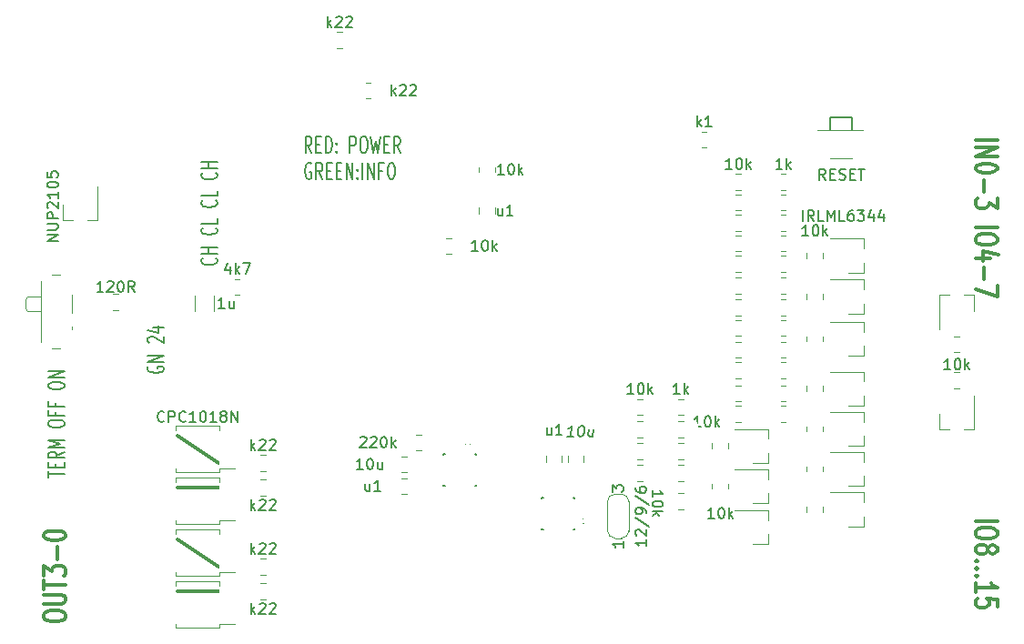
<source format=gto>
G04 #@! TF.GenerationSoftware,KiCad,Pcbnew,(5.1.8)-1*
G04 #@! TF.CreationDate,2021-05-03T11:31:43+02:00*
G04 #@! TF.ProjectId,sensactHsIO4,73656e73-6163-4744-9873-494f342e6b69,rev?*
G04 #@! TF.SameCoordinates,Original*
G04 #@! TF.FileFunction,Legend,Top*
G04 #@! TF.FilePolarity,Positive*
%FSLAX46Y46*%
G04 Gerber Fmt 4.6, Leading zero omitted, Abs format (unit mm)*
G04 Created by KiCad (PCBNEW (5.1.8)-1) date 2021-05-03 11:31:43*
%MOMM*%
%LPD*%
G01*
G04 APERTURE LIST*
%ADD10C,0.200000*%
%ADD11C,0.300000*%
%ADD12C,0.120000*%
%ADD13C,0.150000*%
%ADD14C,0.250000*%
%ADD15R,5.000000X5.000000*%
%ADD16O,1.600000X2.000000*%
%ADD17O,3.600000X1.800000*%
%ADD18O,1.000000X1.000000*%
%ADD19R,1.000000X1.000000*%
%ADD20C,0.700000*%
%ADD21R,1.400000X1.200000*%
%ADD22R,1.400000X1.600000*%
%ADD23C,1.700000*%
%ADD24C,1.200000*%
%ADD25O,1.700000X1.950000*%
%ADD26R,1.230000X1.230000*%
%ADD27R,0.300000X2.000000*%
%ADD28R,2.000000X0.300000*%
%ADD29R,1.500000X1.000000*%
%ADD30C,0.100000*%
%ADD31R,0.800000X2.000000*%
%ADD32R,2.000000X0.700000*%
%ADD33C,0.900000*%
%ADD34C,1.524000*%
%ADD35R,0.800000X1.900000*%
%ADD36R,1.900000X0.800000*%
%ADD37C,2.100000*%
%ADD38C,1.750000*%
G04 APERTURE END LIST*
D10*
X115582000Y-129865238D02*
X115510571Y-129960476D01*
X115510571Y-130103333D01*
X115582000Y-130246190D01*
X115724857Y-130341428D01*
X115867714Y-130389047D01*
X116153428Y-130436666D01*
X116367714Y-130436666D01*
X116653428Y-130389047D01*
X116796285Y-130341428D01*
X116939142Y-130246190D01*
X117010571Y-130103333D01*
X117010571Y-130008095D01*
X116939142Y-129865238D01*
X116867714Y-129817619D01*
X116367714Y-129817619D01*
X116367714Y-130008095D01*
X117010571Y-129389047D02*
X115510571Y-129389047D01*
X117010571Y-128817619D01*
X115510571Y-128817619D01*
X115653428Y-127627142D02*
X115582000Y-127579523D01*
X115510571Y-127484285D01*
X115510571Y-127246190D01*
X115582000Y-127150952D01*
X115653428Y-127103333D01*
X115796285Y-127055714D01*
X115939142Y-127055714D01*
X116153428Y-127103333D01*
X117010571Y-127674761D01*
X117010571Y-127055714D01*
X116010571Y-126198571D02*
X117010571Y-126198571D01*
X115439142Y-126436666D02*
X116510571Y-126674761D01*
X116510571Y-126055714D01*
D11*
X122047000Y-150749000D02*
X118237000Y-150749000D01*
X122047000Y-148463000D02*
X118237000Y-145923000D01*
X122047000Y-141097000D02*
X118237000Y-141097000D01*
X122047000Y-138811000D02*
X118237000Y-136271000D01*
D10*
X130733523Y-109943571D02*
X130400190Y-109229285D01*
X130162095Y-109943571D02*
X130162095Y-108443571D01*
X130543047Y-108443571D01*
X130638285Y-108515000D01*
X130685904Y-108586428D01*
X130733523Y-108729285D01*
X130733523Y-108943571D01*
X130685904Y-109086428D01*
X130638285Y-109157857D01*
X130543047Y-109229285D01*
X130162095Y-109229285D01*
X131162095Y-109157857D02*
X131495428Y-109157857D01*
X131638285Y-109943571D02*
X131162095Y-109943571D01*
X131162095Y-108443571D01*
X131638285Y-108443571D01*
X132066857Y-109943571D02*
X132066857Y-108443571D01*
X132304952Y-108443571D01*
X132447809Y-108515000D01*
X132543047Y-108657857D01*
X132590666Y-108800714D01*
X132638285Y-109086428D01*
X132638285Y-109300714D01*
X132590666Y-109586428D01*
X132543047Y-109729285D01*
X132447809Y-109872142D01*
X132304952Y-109943571D01*
X132066857Y-109943571D01*
X133066857Y-109800714D02*
X133114476Y-109872142D01*
X133066857Y-109943571D01*
X133019238Y-109872142D01*
X133066857Y-109800714D01*
X133066857Y-109943571D01*
X133066857Y-109015000D02*
X133114476Y-109086428D01*
X133066857Y-109157857D01*
X133019238Y-109086428D01*
X133066857Y-109015000D01*
X133066857Y-109157857D01*
X134304952Y-109943571D02*
X134304952Y-108443571D01*
X134685904Y-108443571D01*
X134781142Y-108515000D01*
X134828761Y-108586428D01*
X134876380Y-108729285D01*
X134876380Y-108943571D01*
X134828761Y-109086428D01*
X134781142Y-109157857D01*
X134685904Y-109229285D01*
X134304952Y-109229285D01*
X135495428Y-108443571D02*
X135685904Y-108443571D01*
X135781142Y-108515000D01*
X135876380Y-108657857D01*
X135924000Y-108943571D01*
X135924000Y-109443571D01*
X135876380Y-109729285D01*
X135781142Y-109872142D01*
X135685904Y-109943571D01*
X135495428Y-109943571D01*
X135400190Y-109872142D01*
X135304952Y-109729285D01*
X135257333Y-109443571D01*
X135257333Y-108943571D01*
X135304952Y-108657857D01*
X135400190Y-108515000D01*
X135495428Y-108443571D01*
X136257333Y-108443571D02*
X136495428Y-109943571D01*
X136685904Y-108872142D01*
X136876380Y-109943571D01*
X137114476Y-108443571D01*
X137495428Y-109157857D02*
X137828761Y-109157857D01*
X137971619Y-109943571D02*
X137495428Y-109943571D01*
X137495428Y-108443571D01*
X137971619Y-108443571D01*
X138971619Y-109943571D02*
X138638285Y-109229285D01*
X138400190Y-109943571D02*
X138400190Y-108443571D01*
X138781142Y-108443571D01*
X138876380Y-108515000D01*
X138924000Y-108586428D01*
X138971619Y-108729285D01*
X138971619Y-108943571D01*
X138924000Y-109086428D01*
X138876380Y-109157857D01*
X138781142Y-109229285D01*
X138400190Y-109229285D01*
X130685904Y-110965000D02*
X130590666Y-110893571D01*
X130447809Y-110893571D01*
X130304952Y-110965000D01*
X130209714Y-111107857D01*
X130162095Y-111250714D01*
X130114476Y-111536428D01*
X130114476Y-111750714D01*
X130162095Y-112036428D01*
X130209714Y-112179285D01*
X130304952Y-112322142D01*
X130447809Y-112393571D01*
X130543047Y-112393571D01*
X130685904Y-112322142D01*
X130733523Y-112250714D01*
X130733523Y-111750714D01*
X130543047Y-111750714D01*
X131733523Y-112393571D02*
X131400190Y-111679285D01*
X131162095Y-112393571D02*
X131162095Y-110893571D01*
X131543047Y-110893571D01*
X131638285Y-110965000D01*
X131685904Y-111036428D01*
X131733523Y-111179285D01*
X131733523Y-111393571D01*
X131685904Y-111536428D01*
X131638285Y-111607857D01*
X131543047Y-111679285D01*
X131162095Y-111679285D01*
X132162095Y-111607857D02*
X132495428Y-111607857D01*
X132638285Y-112393571D02*
X132162095Y-112393571D01*
X132162095Y-110893571D01*
X132638285Y-110893571D01*
X133066857Y-111607857D02*
X133400190Y-111607857D01*
X133543047Y-112393571D02*
X133066857Y-112393571D01*
X133066857Y-110893571D01*
X133543047Y-110893571D01*
X133971619Y-112393571D02*
X133971619Y-110893571D01*
X134543047Y-112393571D01*
X134543047Y-110893571D01*
X135019238Y-112250714D02*
X135066857Y-112322142D01*
X135019238Y-112393571D01*
X134971619Y-112322142D01*
X135019238Y-112250714D01*
X135019238Y-112393571D01*
X135019238Y-111465000D02*
X135066857Y-111536428D01*
X135019238Y-111607857D01*
X134971619Y-111536428D01*
X135019238Y-111465000D01*
X135019238Y-111607857D01*
X135495428Y-112393571D02*
X135495428Y-110893571D01*
X135971619Y-112393571D02*
X135971619Y-110893571D01*
X136543047Y-112393571D01*
X136543047Y-110893571D01*
X137352571Y-111607857D02*
X137019238Y-111607857D01*
X137019238Y-112393571D02*
X137019238Y-110893571D01*
X137495428Y-110893571D01*
X138066857Y-110893571D02*
X138257333Y-110893571D01*
X138352571Y-110965000D01*
X138447809Y-111107857D01*
X138495428Y-111393571D01*
X138495428Y-111893571D01*
X138447809Y-112179285D01*
X138352571Y-112322142D01*
X138257333Y-112393571D01*
X138066857Y-112393571D01*
X137971619Y-112322142D01*
X137876380Y-112179285D01*
X137828761Y-111893571D01*
X137828761Y-111393571D01*
X137876380Y-111107857D01*
X137971619Y-110965000D01*
X138066857Y-110893571D01*
X121820714Y-119760476D02*
X121892142Y-119808095D01*
X121963571Y-119950952D01*
X121963571Y-120046190D01*
X121892142Y-120189047D01*
X121749285Y-120284285D01*
X121606428Y-120331904D01*
X121320714Y-120379523D01*
X121106428Y-120379523D01*
X120820714Y-120331904D01*
X120677857Y-120284285D01*
X120535000Y-120189047D01*
X120463571Y-120046190D01*
X120463571Y-119950952D01*
X120535000Y-119808095D01*
X120606428Y-119760476D01*
X121963571Y-119331904D02*
X120463571Y-119331904D01*
X121177857Y-119331904D02*
X121177857Y-118760476D01*
X121963571Y-118760476D02*
X120463571Y-118760476D01*
X121820714Y-116950952D02*
X121892142Y-116998571D01*
X121963571Y-117141428D01*
X121963571Y-117236666D01*
X121892142Y-117379523D01*
X121749285Y-117474761D01*
X121606428Y-117522380D01*
X121320714Y-117570000D01*
X121106428Y-117570000D01*
X120820714Y-117522380D01*
X120677857Y-117474761D01*
X120535000Y-117379523D01*
X120463571Y-117236666D01*
X120463571Y-117141428D01*
X120535000Y-116998571D01*
X120606428Y-116950952D01*
X121963571Y-116046190D02*
X121963571Y-116522380D01*
X120463571Y-116522380D01*
X121820714Y-114379523D02*
X121892142Y-114427142D01*
X121963571Y-114570000D01*
X121963571Y-114665238D01*
X121892142Y-114808095D01*
X121749285Y-114903333D01*
X121606428Y-114950952D01*
X121320714Y-114998571D01*
X121106428Y-114998571D01*
X120820714Y-114950952D01*
X120677857Y-114903333D01*
X120535000Y-114808095D01*
X120463571Y-114665238D01*
X120463571Y-114570000D01*
X120535000Y-114427142D01*
X120606428Y-114379523D01*
X121963571Y-113474761D02*
X121963571Y-113950952D01*
X120463571Y-113950952D01*
X121820714Y-111808095D02*
X121892142Y-111855714D01*
X121963571Y-111998571D01*
X121963571Y-112093809D01*
X121892142Y-112236666D01*
X121749285Y-112331904D01*
X121606428Y-112379523D01*
X121320714Y-112427142D01*
X121106428Y-112427142D01*
X120820714Y-112379523D01*
X120677857Y-112331904D01*
X120535000Y-112236666D01*
X120463571Y-112093809D01*
X120463571Y-111998571D01*
X120535000Y-111855714D01*
X120606428Y-111808095D01*
X121963571Y-111379523D02*
X120463571Y-111379523D01*
X121177857Y-111379523D02*
X121177857Y-110808095D01*
X121963571Y-110808095D02*
X120463571Y-110808095D01*
D11*
X105838761Y-153209142D02*
X105838761Y-152923428D01*
X105934000Y-152780571D01*
X106124476Y-152637714D01*
X106505428Y-152566285D01*
X107172095Y-152566285D01*
X107553047Y-152637714D01*
X107743523Y-152780571D01*
X107838761Y-152923428D01*
X107838761Y-153209142D01*
X107743523Y-153352000D01*
X107553047Y-153494857D01*
X107172095Y-153566285D01*
X106505428Y-153566285D01*
X106124476Y-153494857D01*
X105934000Y-153352000D01*
X105838761Y-153209142D01*
X105838761Y-151923428D02*
X107457809Y-151923428D01*
X107648285Y-151852000D01*
X107743523Y-151780571D01*
X107838761Y-151637714D01*
X107838761Y-151352000D01*
X107743523Y-151209142D01*
X107648285Y-151137714D01*
X107457809Y-151066285D01*
X105838761Y-151066285D01*
X105838761Y-150566285D02*
X105838761Y-149709142D01*
X107838761Y-150137714D02*
X105838761Y-150137714D01*
X105838761Y-149352000D02*
X105838761Y-148423428D01*
X106600666Y-148923428D01*
X106600666Y-148709142D01*
X106695904Y-148566285D01*
X106791142Y-148494857D01*
X106981619Y-148423428D01*
X107457809Y-148423428D01*
X107648285Y-148494857D01*
X107743523Y-148566285D01*
X107838761Y-148709142D01*
X107838761Y-149137714D01*
X107743523Y-149280571D01*
X107648285Y-149352000D01*
X107076857Y-147780571D02*
X107076857Y-146637714D01*
X105838761Y-145637714D02*
X105838761Y-145494857D01*
X105934000Y-145352000D01*
X106029238Y-145280571D01*
X106219714Y-145209142D01*
X106600666Y-145137714D01*
X107076857Y-145137714D01*
X107457809Y-145209142D01*
X107648285Y-145280571D01*
X107743523Y-145352000D01*
X107838761Y-145494857D01*
X107838761Y-145637714D01*
X107743523Y-145780571D01*
X107648285Y-145852000D01*
X107457809Y-145923428D01*
X107076857Y-145994857D01*
X106600666Y-145994857D01*
X106219714Y-145923428D01*
X106029238Y-145852000D01*
X105934000Y-145780571D01*
X105838761Y-145637714D01*
X192516238Y-144209000D02*
X194516238Y-144209000D01*
X194516238Y-145209000D02*
X194516238Y-145494714D01*
X194421000Y-145637571D01*
X194230523Y-145780428D01*
X193849571Y-145851857D01*
X193182904Y-145851857D01*
X192801952Y-145780428D01*
X192611476Y-145637571D01*
X192516238Y-145494714D01*
X192516238Y-145209000D01*
X192611476Y-145066142D01*
X192801952Y-144923285D01*
X193182904Y-144851857D01*
X193849571Y-144851857D01*
X194230523Y-144923285D01*
X194421000Y-145066142D01*
X194516238Y-145209000D01*
X193659095Y-146709000D02*
X193754333Y-146566142D01*
X193849571Y-146494714D01*
X194040047Y-146423285D01*
X194135285Y-146423285D01*
X194325761Y-146494714D01*
X194421000Y-146566142D01*
X194516238Y-146709000D01*
X194516238Y-146994714D01*
X194421000Y-147137571D01*
X194325761Y-147209000D01*
X194135285Y-147280428D01*
X194040047Y-147280428D01*
X193849571Y-147209000D01*
X193754333Y-147137571D01*
X193659095Y-146994714D01*
X193659095Y-146709000D01*
X193563857Y-146566142D01*
X193468619Y-146494714D01*
X193278142Y-146423285D01*
X192897190Y-146423285D01*
X192706714Y-146494714D01*
X192611476Y-146566142D01*
X192516238Y-146709000D01*
X192516238Y-146994714D01*
X192611476Y-147137571D01*
X192706714Y-147209000D01*
X192897190Y-147280428D01*
X193278142Y-147280428D01*
X193468619Y-147209000D01*
X193563857Y-147137571D01*
X193659095Y-146994714D01*
X192706714Y-147923285D02*
X192611476Y-147994714D01*
X192516238Y-147923285D01*
X192611476Y-147851857D01*
X192706714Y-147923285D01*
X192516238Y-147923285D01*
X192706714Y-148637571D02*
X192611476Y-148709000D01*
X192516238Y-148637571D01*
X192611476Y-148566142D01*
X192706714Y-148637571D01*
X192516238Y-148637571D01*
X192706714Y-149351857D02*
X192611476Y-149423285D01*
X192516238Y-149351857D01*
X192611476Y-149280428D01*
X192706714Y-149351857D01*
X192516238Y-149351857D01*
X192516238Y-150851857D02*
X192516238Y-149994714D01*
X192516238Y-150423285D02*
X194516238Y-150423285D01*
X194230523Y-150280428D01*
X194040047Y-150137571D01*
X193944809Y-149994714D01*
X194516238Y-152209000D02*
X194516238Y-151494714D01*
X193563857Y-151423285D01*
X193659095Y-151494714D01*
X193754333Y-151637571D01*
X193754333Y-151994714D01*
X193659095Y-152137571D01*
X193563857Y-152209000D01*
X193373380Y-152280428D01*
X192897190Y-152280428D01*
X192706714Y-152209000D01*
X192611476Y-152137571D01*
X192516238Y-151994714D01*
X192516238Y-151637571D01*
X192611476Y-151494714D01*
X192706714Y-151423285D01*
X192516238Y-108736714D02*
X194516238Y-108736714D01*
X192516238Y-109451000D02*
X194516238Y-109451000D01*
X192516238Y-110308142D01*
X194516238Y-110308142D01*
X194516238Y-111308142D02*
X194516238Y-111451000D01*
X194421000Y-111593857D01*
X194325761Y-111665285D01*
X194135285Y-111736714D01*
X193754333Y-111808142D01*
X193278142Y-111808142D01*
X192897190Y-111736714D01*
X192706714Y-111665285D01*
X192611476Y-111593857D01*
X192516238Y-111451000D01*
X192516238Y-111308142D01*
X192611476Y-111165285D01*
X192706714Y-111093857D01*
X192897190Y-111022428D01*
X193278142Y-110951000D01*
X193754333Y-110951000D01*
X194135285Y-111022428D01*
X194325761Y-111093857D01*
X194421000Y-111165285D01*
X194516238Y-111308142D01*
X193278142Y-112451000D02*
X193278142Y-113593857D01*
X194516238Y-114165285D02*
X194516238Y-115093857D01*
X193754333Y-114593857D01*
X193754333Y-114808142D01*
X193659095Y-114951000D01*
X193563857Y-115022428D01*
X193373380Y-115093857D01*
X192897190Y-115093857D01*
X192706714Y-115022428D01*
X192611476Y-114951000D01*
X192516238Y-114808142D01*
X192516238Y-114379571D01*
X192611476Y-114236714D01*
X192706714Y-114165285D01*
X192516238Y-116879571D02*
X194516238Y-116879571D01*
X194516238Y-117879571D02*
X194516238Y-118165285D01*
X194421000Y-118308142D01*
X194230523Y-118451000D01*
X193849571Y-118522428D01*
X193182904Y-118522428D01*
X192801952Y-118451000D01*
X192611476Y-118308142D01*
X192516238Y-118165285D01*
X192516238Y-117879571D01*
X192611476Y-117736714D01*
X192801952Y-117593857D01*
X193182904Y-117522428D01*
X193849571Y-117522428D01*
X194230523Y-117593857D01*
X194421000Y-117736714D01*
X194516238Y-117879571D01*
X193849571Y-119808142D02*
X192516238Y-119808142D01*
X194611476Y-119451000D02*
X193182904Y-119093857D01*
X193182904Y-120022428D01*
X193278142Y-120593857D02*
X193278142Y-121736714D01*
X194516238Y-122308142D02*
X194516238Y-123308142D01*
X192516238Y-122665285D01*
D12*
X124052064Y-121693000D02*
X123597936Y-121693000D01*
X124052064Y-123163000D02*
X123597936Y-123163000D01*
X119867000Y-123240748D02*
X119867000Y-124663252D01*
X121687000Y-123240748D02*
X121687000Y-124663252D01*
X143721064Y-117883000D02*
X143266936Y-117883000D01*
X143721064Y-119353000D02*
X143266936Y-119353000D01*
X177800000Y-107850000D02*
X182000000Y-107850000D01*
X181000000Y-110450000D02*
X179000000Y-110450000D01*
D13*
X179000000Y-107850000D02*
X179000000Y-106650000D01*
X179000000Y-106650000D02*
X181000000Y-106650000D01*
X181000000Y-106650000D02*
X181000000Y-107850000D01*
D12*
X167486064Y-107977000D02*
X167031936Y-107977000D01*
X167486064Y-109447000D02*
X167031936Y-109447000D01*
X139057748Y-138203000D02*
X139580252Y-138203000D01*
X139057748Y-139673000D02*
X139580252Y-139673000D01*
D14*
X156170000Y-144260000D02*
G75*
G03*
X156170000Y-144260000I-125000J0D01*
G01*
D13*
X155170000Y-142010000D02*
X155070000Y-142010000D01*
X152270000Y-142010000D02*
X152170000Y-142010000D01*
X152270000Y-145010000D02*
X152170000Y-145010000D01*
X155170000Y-145010000D02*
X155070000Y-145010000D01*
X155170000Y-144910000D02*
X155170000Y-145010000D01*
X152170000Y-144910000D02*
X152170000Y-145010000D01*
X152170000Y-142010000D02*
X152170000Y-142110000D01*
X155170000Y-142010000D02*
X155170000Y-142110000D01*
D14*
X145401000Y-137071000D02*
G75*
G03*
X145401000Y-137071000I-125000J0D01*
G01*
D13*
X143026000Y-137946000D02*
X143026000Y-138046000D01*
X143026000Y-140846000D02*
X143026000Y-140946000D01*
X146026000Y-140846000D02*
X146026000Y-140946000D01*
X146026000Y-137946000D02*
X146026000Y-138046000D01*
X145926000Y-137946000D02*
X146026000Y-137946000D01*
X145926000Y-140946000D02*
X146026000Y-140946000D01*
X143026000Y-140946000D02*
X143126000Y-140946000D01*
X143026000Y-137946000D02*
X143126000Y-137946000D01*
D12*
X140943064Y-137641000D02*
X140488936Y-137641000D01*
X140943064Y-136171000D02*
X140488936Y-136171000D01*
X159558000Y-145814000D02*
X158958000Y-145814000D01*
X160258000Y-142364000D02*
X160258000Y-145164000D01*
X158958000Y-141714000D02*
X159558000Y-141714000D01*
X158258000Y-145164000D02*
X158258000Y-142364000D01*
X158958000Y-145814000D02*
G75*
G02*
X158258000Y-145114000I0J700000D01*
G01*
X160258000Y-145114000D02*
G75*
G02*
X159558000Y-145814000I-700000J0D01*
G01*
X159558000Y-141714000D02*
G75*
G02*
X160258000Y-142414000I0J-700000D01*
G01*
X158258000Y-142414000D02*
G75*
G02*
X158958000Y-141714000I700000J0D01*
G01*
X139057748Y-140235000D02*
X139580252Y-140235000D01*
X139057748Y-141705000D02*
X139580252Y-141705000D01*
X154024000Y-138168748D02*
X154024000Y-138691252D01*
X152554000Y-138168748D02*
X152554000Y-138691252D01*
X156056000Y-138168748D02*
X156056000Y-138691252D01*
X154586000Y-138168748D02*
X154586000Y-138691252D01*
X106595000Y-128188000D02*
X107385000Y-128188000D01*
X107385000Y-121288000D02*
X106595000Y-121288000D01*
X108435000Y-123138000D02*
X108435000Y-124838000D01*
X105585000Y-121888000D02*
X105585000Y-127588000D01*
X104295000Y-124638000D02*
X105585000Y-124638000D01*
X104085000Y-123538000D02*
X104085000Y-124438000D01*
X105585000Y-123338000D02*
X104295000Y-123338000D01*
X104295000Y-124638000D02*
X104085000Y-124438000D01*
X104295000Y-123338000D02*
X104085000Y-123538000D01*
X108435000Y-126138000D02*
X108435000Y-126338000D01*
X136244064Y-104875000D02*
X135789936Y-104875000D01*
X136244064Y-103405000D02*
X135789936Y-103405000D01*
X107640000Y-116203000D02*
X107640000Y-114743000D01*
X110800000Y-116203000D02*
X110800000Y-113043000D01*
X110800000Y-116203000D02*
X109870000Y-116203000D01*
X107640000Y-116203000D02*
X108570000Y-116203000D01*
X170661064Y-133504000D02*
X170206936Y-133504000D01*
X170661064Y-134974000D02*
X170206936Y-134974000D01*
X174397936Y-134974000D02*
X174852064Y-134974000D01*
X174397936Y-133504000D02*
X174852064Y-133504000D01*
X170661064Y-127535000D02*
X170206936Y-127535000D01*
X170661064Y-129005000D02*
X170206936Y-129005000D01*
X174397936Y-129005000D02*
X174852064Y-129005000D01*
X174397936Y-127535000D02*
X174852064Y-127535000D01*
X169454500Y-137450564D02*
X169454500Y-136996436D01*
X167984500Y-137450564D02*
X167984500Y-136996436D01*
X178281000Y-143356064D02*
X178281000Y-142901936D01*
X176811000Y-143356064D02*
X176811000Y-142901936D01*
X173226000Y-138803500D02*
X171766000Y-138803500D01*
X173226000Y-135643500D02*
X170066000Y-135643500D01*
X173226000Y-135643500D02*
X173226000Y-136573500D01*
X173226000Y-138803500D02*
X173226000Y-137873500D01*
X182116000Y-144709000D02*
X180656000Y-144709000D01*
X182116000Y-141549000D02*
X178956000Y-141549000D01*
X182116000Y-141549000D02*
X182116000Y-142479000D01*
X182116000Y-144709000D02*
X182116000Y-143779000D01*
X182116000Y-133469500D02*
X182116000Y-132539500D01*
X182116000Y-130309500D02*
X182116000Y-131239500D01*
X182116000Y-130309500D02*
X178956000Y-130309500D01*
X182116000Y-133469500D02*
X180656000Y-133469500D01*
X190526936Y-131862500D02*
X190981064Y-131862500D01*
X190526936Y-130392500D02*
X190981064Y-130392500D01*
X189174000Y-135697500D02*
X189174000Y-134237500D01*
X192334000Y-135697500D02*
X192334000Y-132537500D01*
X192334000Y-135697500D02*
X191404000Y-135697500D01*
X189174000Y-135697500D02*
X190104000Y-135697500D01*
X112733064Y-124560000D02*
X112278936Y-124560000D01*
X112733064Y-123090000D02*
X112278936Y-123090000D01*
X120142000Y-135381000D02*
X118132000Y-135381000D01*
X118132000Y-135381000D02*
X118132000Y-135736000D01*
X120142000Y-135381000D02*
X122152000Y-135381000D01*
X122152000Y-135381000D02*
X122152000Y-135736000D01*
X120142000Y-139701000D02*
X118132000Y-139701000D01*
X118132000Y-139701000D02*
X118132000Y-139346000D01*
X120142000Y-139701000D02*
X122152000Y-139701000D01*
X122152000Y-139701000D02*
X122152000Y-139346000D01*
X122152000Y-139346000D02*
X123617000Y-139346000D01*
X120142000Y-140207000D02*
X118132000Y-140207000D01*
X118132000Y-140207000D02*
X118132000Y-140562000D01*
X120142000Y-140207000D02*
X122152000Y-140207000D01*
X122152000Y-140207000D02*
X122152000Y-140562000D01*
X120142000Y-144527000D02*
X118132000Y-144527000D01*
X118132000Y-144527000D02*
X118132000Y-144172000D01*
X120142000Y-144527000D02*
X122152000Y-144527000D01*
X122152000Y-144527000D02*
X122152000Y-144172000D01*
X122152000Y-144172000D02*
X123617000Y-144172000D01*
X120142000Y-145033000D02*
X118132000Y-145033000D01*
X118132000Y-145033000D02*
X118132000Y-145388000D01*
X120142000Y-145033000D02*
X122152000Y-145033000D01*
X122152000Y-145033000D02*
X122152000Y-145388000D01*
X120142000Y-149353000D02*
X118132000Y-149353000D01*
X118132000Y-149353000D02*
X118132000Y-148998000D01*
X120142000Y-149353000D02*
X122152000Y-149353000D01*
X122152000Y-149353000D02*
X122152000Y-148998000D01*
X122152000Y-148998000D02*
X123617000Y-148998000D01*
X120142000Y-149859000D02*
X118132000Y-149859000D01*
X118132000Y-149859000D02*
X118132000Y-150214000D01*
X120142000Y-149859000D02*
X122152000Y-149859000D01*
X122152000Y-149859000D02*
X122152000Y-150214000D01*
X120142000Y-154179000D02*
X118132000Y-154179000D01*
X118132000Y-154179000D02*
X118132000Y-153824000D01*
X120142000Y-154179000D02*
X122152000Y-154179000D01*
X122152000Y-154179000D02*
X122152000Y-153824000D01*
X122152000Y-153824000D02*
X123617000Y-153824000D01*
X170661064Y-125503000D02*
X170206936Y-125503000D01*
X170661064Y-126973000D02*
X170206936Y-126973000D01*
X170661064Y-123598000D02*
X170206936Y-123598000D01*
X170661064Y-125068000D02*
X170206936Y-125068000D01*
X170661064Y-121566000D02*
X170206936Y-121566000D01*
X170661064Y-123036000D02*
X170206936Y-123036000D01*
X170661064Y-119534000D02*
X170206936Y-119534000D01*
X170661064Y-121004000D02*
X170206936Y-121004000D01*
X174397936Y-126973000D02*
X174852064Y-126973000D01*
X174397936Y-125503000D02*
X174852064Y-125503000D01*
X174397936Y-125068000D02*
X174852064Y-125068000D01*
X174397936Y-123598000D02*
X174852064Y-123598000D01*
X174397936Y-123036000D02*
X174852064Y-123036000D01*
X174397936Y-121566000D02*
X174852064Y-121566000D01*
X174397936Y-121004000D02*
X174852064Y-121004000D01*
X174397936Y-119534000D02*
X174852064Y-119534000D01*
X190981064Y-127027000D02*
X190526936Y-127027000D01*
X190981064Y-128497000D02*
X190526936Y-128497000D01*
X178281000Y-127481064D02*
X178281000Y-127026936D01*
X176811000Y-127481064D02*
X176811000Y-127026936D01*
X178281000Y-123544064D02*
X178281000Y-123089936D01*
X176811000Y-123544064D02*
X176811000Y-123089936D01*
X178281000Y-119734064D02*
X178281000Y-119279936D01*
X176811000Y-119734064D02*
X176811000Y-119279936D01*
X161517064Y-139028500D02*
X161062936Y-139028500D01*
X161517064Y-140498500D02*
X161062936Y-140498500D01*
X161517064Y-136996500D02*
X161062936Y-136996500D01*
X161517064Y-138466500D02*
X161062936Y-138466500D01*
X161517064Y-134964500D02*
X161062936Y-134964500D01*
X161517064Y-136434500D02*
X161062936Y-136434500D01*
X161517064Y-132869000D02*
X161062936Y-132869000D01*
X161517064Y-134339000D02*
X161062936Y-134339000D01*
X164872936Y-140498500D02*
X165327064Y-140498500D01*
X164872936Y-139028500D02*
X165327064Y-139028500D01*
X164872936Y-138466500D02*
X165327064Y-138466500D01*
X164872936Y-136996500D02*
X165327064Y-136996500D01*
X164872936Y-136434500D02*
X165327064Y-136434500D01*
X164872936Y-134964500D02*
X165327064Y-134964500D01*
X164872936Y-134339000D02*
X165327064Y-134339000D01*
X164872936Y-132869000D02*
X165327064Y-132869000D01*
X164872936Y-143102000D02*
X165327064Y-143102000D01*
X164872936Y-141632000D02*
X165327064Y-141632000D01*
X169454500Y-141197064D02*
X169454500Y-140742936D01*
X167984500Y-141197064D02*
X167984500Y-140742936D01*
X170661064Y-131599000D02*
X170206936Y-131599000D01*
X170661064Y-133069000D02*
X170206936Y-133069000D01*
X170661064Y-129440000D02*
X170206936Y-129440000D01*
X170661064Y-130910000D02*
X170206936Y-130910000D01*
X174397936Y-133069000D02*
X174852064Y-133069000D01*
X174397936Y-131599000D02*
X174852064Y-131599000D01*
X174397936Y-130910000D02*
X174852064Y-130910000D01*
X174397936Y-129440000D02*
X174852064Y-129440000D01*
X178281000Y-139609564D02*
X178281000Y-139155436D01*
X176811000Y-139609564D02*
X176811000Y-139155436D01*
X178281000Y-135863064D02*
X178281000Y-135408936D01*
X176811000Y-135863064D02*
X176811000Y-135408936D01*
X178281000Y-132116564D02*
X178281000Y-131662436D01*
X176811000Y-132116564D02*
X176811000Y-131662436D01*
X170661064Y-117629000D02*
X170206936Y-117629000D01*
X170661064Y-119099000D02*
X170206936Y-119099000D01*
X170661064Y-115724000D02*
X170206936Y-115724000D01*
X170661064Y-117194000D02*
X170206936Y-117194000D01*
X170661064Y-113819000D02*
X170206936Y-113819000D01*
X170661064Y-115289000D02*
X170206936Y-115289000D01*
X170661064Y-111914000D02*
X170206936Y-111914000D01*
X170661064Y-113384000D02*
X170206936Y-113384000D01*
X174397936Y-119099000D02*
X174852064Y-119099000D01*
X174397936Y-117629000D02*
X174852064Y-117629000D01*
X174397936Y-117194000D02*
X174852064Y-117194000D01*
X174397936Y-115724000D02*
X174852064Y-115724000D01*
X174397936Y-115289000D02*
X174852064Y-115289000D01*
X174397936Y-113819000D02*
X174852064Y-113819000D01*
X174397936Y-113384000D02*
X174852064Y-113384000D01*
X174397936Y-111914000D02*
X174852064Y-111914000D01*
X126465064Y-138076000D02*
X126010936Y-138076000D01*
X126465064Y-139546000D02*
X126010936Y-139546000D01*
X126465064Y-140362000D02*
X126010936Y-140362000D01*
X126465064Y-141832000D02*
X126010936Y-141832000D01*
X126465064Y-147728000D02*
X126010936Y-147728000D01*
X126465064Y-149198000D02*
X126010936Y-149198000D01*
X126465064Y-150014000D02*
X126010936Y-150014000D01*
X126465064Y-151484000D02*
X126010936Y-151484000D01*
X133577064Y-98706000D02*
X133122936Y-98706000D01*
X133577064Y-100176000D02*
X133122936Y-100176000D01*
X147801000Y-111733064D02*
X147801000Y-111278936D01*
X146331000Y-111733064D02*
X146331000Y-111278936D01*
X192334000Y-123192000D02*
X192334000Y-124652000D01*
X189174000Y-123192000D02*
X189174000Y-126352000D01*
X189174000Y-123192000D02*
X190104000Y-123192000D01*
X192334000Y-123192000D02*
X191404000Y-123192000D01*
X182140000Y-128834000D02*
X180680000Y-128834000D01*
X182140000Y-125674000D02*
X178980000Y-125674000D01*
X182140000Y-125674000D02*
X182140000Y-126604000D01*
X182140000Y-128834000D02*
X182140000Y-127904000D01*
X182116000Y-124897000D02*
X180656000Y-124897000D01*
X182116000Y-121737000D02*
X178956000Y-121737000D01*
X182116000Y-121737000D02*
X182116000Y-122667000D01*
X182116000Y-124897000D02*
X182116000Y-123967000D01*
X182116000Y-121087000D02*
X180656000Y-121087000D01*
X182116000Y-117927000D02*
X178956000Y-117927000D01*
X182116000Y-117927000D02*
X182116000Y-118857000D01*
X182116000Y-121087000D02*
X182116000Y-120157000D01*
X173226000Y-146360000D02*
X171766000Y-146360000D01*
X173226000Y-143200000D02*
X170066000Y-143200000D01*
X173226000Y-143200000D02*
X173226000Y-144130000D01*
X173226000Y-146360000D02*
X173226000Y-145430000D01*
X173226000Y-142550000D02*
X171766000Y-142550000D01*
X173226000Y-139390000D02*
X170066000Y-139390000D01*
X173226000Y-139390000D02*
X173226000Y-140320000D01*
X173226000Y-142550000D02*
X173226000Y-141620000D01*
X182116000Y-140962500D02*
X180656000Y-140962500D01*
X182116000Y-137802500D02*
X178956000Y-137802500D01*
X182116000Y-137802500D02*
X182116000Y-138732500D01*
X182116000Y-140962500D02*
X182116000Y-140032500D01*
X182116000Y-137216000D02*
X180656000Y-137216000D01*
X182116000Y-134056000D02*
X178956000Y-134056000D01*
X182116000Y-134056000D02*
X182116000Y-134986000D01*
X182116000Y-137216000D02*
X182116000Y-136286000D01*
X147801000Y-115577252D02*
X147801000Y-115054748D01*
X146331000Y-115577252D02*
X146331000Y-115054748D01*
D13*
X123134523Y-120563714D02*
X123134523Y-121230380D01*
X122896428Y-120182761D02*
X122658333Y-120897047D01*
X123277380Y-120897047D01*
X123658333Y-121230380D02*
X123658333Y-120230380D01*
X123753571Y-120849428D02*
X124039285Y-121230380D01*
X124039285Y-120563714D02*
X123658333Y-120944666D01*
X124372619Y-120230380D02*
X125039285Y-120230380D01*
X124610714Y-121230380D01*
X122642333Y-124404380D02*
X122070904Y-124404380D01*
X122356619Y-124404380D02*
X122356619Y-123404380D01*
X122261380Y-123547238D01*
X122166142Y-123642476D01*
X122070904Y-123690095D01*
X123499476Y-123737714D02*
X123499476Y-124404380D01*
X123070904Y-123737714D02*
X123070904Y-124261523D01*
X123118523Y-124356761D01*
X123213761Y-124404380D01*
X123356619Y-124404380D01*
X123451857Y-124356761D01*
X123499476Y-124309142D01*
X146200761Y-119070380D02*
X145629333Y-119070380D01*
X145915047Y-119070380D02*
X145915047Y-118070380D01*
X145819809Y-118213238D01*
X145724571Y-118308476D01*
X145629333Y-118356095D01*
X146819809Y-118070380D02*
X146915047Y-118070380D01*
X147010285Y-118118000D01*
X147057904Y-118165619D01*
X147105523Y-118260857D01*
X147153142Y-118451333D01*
X147153142Y-118689428D01*
X147105523Y-118879904D01*
X147057904Y-118975142D01*
X147010285Y-119022761D01*
X146915047Y-119070380D01*
X146819809Y-119070380D01*
X146724571Y-119022761D01*
X146676952Y-118975142D01*
X146629333Y-118879904D01*
X146581714Y-118689428D01*
X146581714Y-118451333D01*
X146629333Y-118260857D01*
X146676952Y-118165619D01*
X146724571Y-118118000D01*
X146819809Y-118070380D01*
X147581714Y-119070380D02*
X147581714Y-118070380D01*
X147676952Y-118689428D02*
X147962666Y-119070380D01*
X147962666Y-118403714D02*
X147581714Y-118784666D01*
X178547619Y-112452380D02*
X178214285Y-111976190D01*
X177976190Y-112452380D02*
X177976190Y-111452380D01*
X178357142Y-111452380D01*
X178452380Y-111500000D01*
X178500000Y-111547619D01*
X178547619Y-111642857D01*
X178547619Y-111785714D01*
X178500000Y-111880952D01*
X178452380Y-111928571D01*
X178357142Y-111976190D01*
X177976190Y-111976190D01*
X178976190Y-111928571D02*
X179309523Y-111928571D01*
X179452380Y-112452380D02*
X178976190Y-112452380D01*
X178976190Y-111452380D01*
X179452380Y-111452380D01*
X179833333Y-112404761D02*
X179976190Y-112452380D01*
X180214285Y-112452380D01*
X180309523Y-112404761D01*
X180357142Y-112357142D01*
X180404761Y-112261904D01*
X180404761Y-112166666D01*
X180357142Y-112071428D01*
X180309523Y-112023809D01*
X180214285Y-111976190D01*
X180023809Y-111928571D01*
X179928571Y-111880952D01*
X179880952Y-111833333D01*
X179833333Y-111738095D01*
X179833333Y-111642857D01*
X179880952Y-111547619D01*
X179928571Y-111500000D01*
X180023809Y-111452380D01*
X180261904Y-111452380D01*
X180404761Y-111500000D01*
X180833333Y-111928571D02*
X181166666Y-111928571D01*
X181309523Y-112452380D02*
X180833333Y-112452380D01*
X180833333Y-111452380D01*
X181309523Y-111452380D01*
X181595238Y-111452380D02*
X182166666Y-111452380D01*
X181880952Y-112452380D02*
X181880952Y-111452380D01*
X166616142Y-107514380D02*
X166616142Y-106514380D01*
X166711380Y-107133428D02*
X166997095Y-107514380D01*
X166997095Y-106847714D02*
X166616142Y-107228666D01*
X167949476Y-107514380D02*
X167378047Y-107514380D01*
X167663761Y-107514380D02*
X167663761Y-106514380D01*
X167568523Y-106657238D01*
X167473285Y-106752476D01*
X167378047Y-106800095D01*
X135501142Y-139390380D02*
X134929714Y-139390380D01*
X135215428Y-139390380D02*
X135215428Y-138390380D01*
X135120190Y-138533238D01*
X135024952Y-138628476D01*
X134929714Y-138676095D01*
X136120190Y-138390380D02*
X136215428Y-138390380D01*
X136310666Y-138438000D01*
X136358285Y-138485619D01*
X136405904Y-138580857D01*
X136453523Y-138771333D01*
X136453523Y-139009428D01*
X136405904Y-139199904D01*
X136358285Y-139295142D01*
X136310666Y-139342761D01*
X136215428Y-139390380D01*
X136120190Y-139390380D01*
X136024952Y-139342761D01*
X135977333Y-139295142D01*
X135929714Y-139199904D01*
X135882095Y-139009428D01*
X135882095Y-138771333D01*
X135929714Y-138580857D01*
X135977333Y-138485619D01*
X136024952Y-138438000D01*
X136120190Y-138390380D01*
X137310666Y-138723714D02*
X137310666Y-139390380D01*
X136882095Y-138723714D02*
X136882095Y-139247523D01*
X136929714Y-139342761D01*
X137024952Y-139390380D01*
X137167809Y-139390380D01*
X137263047Y-139342761D01*
X137310666Y-139295142D01*
X135263142Y-136453619D02*
X135310761Y-136406000D01*
X135406000Y-136358380D01*
X135644095Y-136358380D01*
X135739333Y-136406000D01*
X135786952Y-136453619D01*
X135834571Y-136548857D01*
X135834571Y-136644095D01*
X135786952Y-136786952D01*
X135215523Y-137358380D01*
X135834571Y-137358380D01*
X136215523Y-136453619D02*
X136263142Y-136406000D01*
X136358380Y-136358380D01*
X136596476Y-136358380D01*
X136691714Y-136406000D01*
X136739333Y-136453619D01*
X136786952Y-136548857D01*
X136786952Y-136644095D01*
X136739333Y-136786952D01*
X136167904Y-137358380D01*
X136786952Y-137358380D01*
X137406000Y-136358380D02*
X137501238Y-136358380D01*
X137596476Y-136406000D01*
X137644095Y-136453619D01*
X137691714Y-136548857D01*
X137739333Y-136739333D01*
X137739333Y-136977428D01*
X137691714Y-137167904D01*
X137644095Y-137263142D01*
X137596476Y-137310761D01*
X137501238Y-137358380D01*
X137406000Y-137358380D01*
X137310761Y-137310761D01*
X137263142Y-137263142D01*
X137215523Y-137167904D01*
X137167904Y-136977428D01*
X137167904Y-136739333D01*
X137215523Y-136548857D01*
X137263142Y-136453619D01*
X137310761Y-136406000D01*
X137406000Y-136358380D01*
X138167904Y-137358380D02*
X138167904Y-136358380D01*
X138263142Y-136977428D02*
X138548857Y-137358380D01*
X138548857Y-136691714D02*
X138167904Y-137072666D01*
X161869380Y-145954476D02*
X161869380Y-146525904D01*
X161869380Y-146240190D02*
X160869380Y-146240190D01*
X161012238Y-146335428D01*
X161107476Y-146430666D01*
X161155095Y-146525904D01*
X160964619Y-145573523D02*
X160917000Y-145525904D01*
X160869380Y-145430666D01*
X160869380Y-145192571D01*
X160917000Y-145097333D01*
X160964619Y-145049714D01*
X161059857Y-145002095D01*
X161155095Y-145002095D01*
X161297952Y-145049714D01*
X161869380Y-145621142D01*
X161869380Y-145002095D01*
X160821761Y-143859238D02*
X162107476Y-144716380D01*
X161869380Y-143478285D02*
X161869380Y-143287809D01*
X161821761Y-143192571D01*
X161774142Y-143144952D01*
X161631285Y-143049714D01*
X161440809Y-143002095D01*
X161059857Y-143002095D01*
X160964619Y-143049714D01*
X160917000Y-143097333D01*
X160869380Y-143192571D01*
X160869380Y-143383047D01*
X160917000Y-143478285D01*
X160964619Y-143525904D01*
X161059857Y-143573523D01*
X161297952Y-143573523D01*
X161393190Y-143525904D01*
X161440809Y-143478285D01*
X161488428Y-143383047D01*
X161488428Y-143192571D01*
X161440809Y-143097333D01*
X161393190Y-143049714D01*
X161297952Y-143002095D01*
X160821761Y-141859238D02*
X162107476Y-142716380D01*
X160869380Y-141097333D02*
X160869380Y-141287809D01*
X160917000Y-141383047D01*
X160964619Y-141430666D01*
X161107476Y-141525904D01*
X161297952Y-141573523D01*
X161678904Y-141573523D01*
X161774142Y-141525904D01*
X161821761Y-141478285D01*
X161869380Y-141383047D01*
X161869380Y-141192571D01*
X161821761Y-141097333D01*
X161774142Y-141049714D01*
X161678904Y-141002095D01*
X161440809Y-141002095D01*
X161345571Y-141049714D01*
X161297952Y-141097333D01*
X161250333Y-141192571D01*
X161250333Y-141383047D01*
X161297952Y-141478285D01*
X161345571Y-141525904D01*
X161440809Y-141573523D01*
X159710380Y-146078285D02*
X159710380Y-146649714D01*
X159710380Y-146364000D02*
X158710380Y-146364000D01*
X158853238Y-146459238D01*
X158948476Y-146554476D01*
X158996095Y-146649714D01*
X158710380Y-141497333D02*
X158710380Y-140878285D01*
X159091333Y-141211619D01*
X159091333Y-141068761D01*
X159138952Y-140973523D01*
X159186571Y-140925904D01*
X159281809Y-140878285D01*
X159519904Y-140878285D01*
X159615142Y-140925904D01*
X159662761Y-140973523D01*
X159710380Y-141068761D01*
X159710380Y-141354476D01*
X159662761Y-141449714D01*
X159615142Y-141497333D01*
X136136095Y-140755714D02*
X136136095Y-141422380D01*
X135707523Y-140755714D02*
X135707523Y-141279523D01*
X135755142Y-141374761D01*
X135850380Y-141422380D01*
X135993238Y-141422380D01*
X136088476Y-141374761D01*
X136136095Y-141327142D01*
X137136095Y-141422380D02*
X136564666Y-141422380D01*
X136850380Y-141422380D02*
X136850380Y-140422380D01*
X136755142Y-140565238D01*
X136659904Y-140660476D01*
X136564666Y-140708095D01*
X153027095Y-135548714D02*
X153027095Y-136215380D01*
X152598523Y-135548714D02*
X152598523Y-136072523D01*
X152646142Y-136167761D01*
X152741380Y-136215380D01*
X152884238Y-136215380D01*
X152979476Y-136167761D01*
X153027095Y-136120142D01*
X154027095Y-136215380D02*
X153455666Y-136215380D01*
X153741380Y-136215380D02*
X153741380Y-135215380D01*
X153646142Y-135358238D01*
X153550904Y-135453476D01*
X153455666Y-135501095D01*
X155086157Y-136342380D02*
X154514729Y-136342380D01*
X154800443Y-136342380D02*
X154925443Y-135342380D01*
X154812348Y-135485238D01*
X154705205Y-135580476D01*
X154604014Y-135628095D01*
X155830205Y-135342380D02*
X155925443Y-135342380D01*
X156014729Y-135390000D01*
X156056395Y-135437619D01*
X156092110Y-135532857D01*
X156115919Y-135723333D01*
X156086157Y-135961428D01*
X156014729Y-136151904D01*
X155955205Y-136247142D01*
X155901633Y-136294761D01*
X155800443Y-136342380D01*
X155705205Y-136342380D01*
X155615919Y-136294761D01*
X155574252Y-136247142D01*
X155538538Y-136151904D01*
X155514729Y-135961428D01*
X155544491Y-135723333D01*
X155615919Y-135532857D01*
X155675443Y-135437619D01*
X155729014Y-135390000D01*
X155830205Y-135342380D01*
X156979014Y-135675714D02*
X156895681Y-136342380D01*
X156550443Y-135675714D02*
X156484967Y-136199523D01*
X156520681Y-136294761D01*
X156609967Y-136342380D01*
X156752824Y-136342380D01*
X156854014Y-136294761D01*
X156907586Y-136247142D01*
D10*
X106239571Y-140152000D02*
X106239571Y-139580571D01*
X107739571Y-139866285D02*
X106239571Y-139866285D01*
X106953857Y-139247238D02*
X106953857Y-138913904D01*
X107739571Y-138771047D02*
X107739571Y-139247238D01*
X106239571Y-139247238D01*
X106239571Y-138771047D01*
X107739571Y-137771047D02*
X107025285Y-138104380D01*
X107739571Y-138342476D02*
X106239571Y-138342476D01*
X106239571Y-137961523D01*
X106311000Y-137866285D01*
X106382428Y-137818666D01*
X106525285Y-137771047D01*
X106739571Y-137771047D01*
X106882428Y-137818666D01*
X106953857Y-137866285D01*
X107025285Y-137961523D01*
X107025285Y-138342476D01*
X107739571Y-137342476D02*
X106239571Y-137342476D01*
X107311000Y-137009142D01*
X106239571Y-136675809D01*
X107739571Y-136675809D01*
X106239571Y-135247238D02*
X106239571Y-135056761D01*
X106311000Y-134961523D01*
X106453857Y-134866285D01*
X106739571Y-134818666D01*
X107239571Y-134818666D01*
X107525285Y-134866285D01*
X107668142Y-134961523D01*
X107739571Y-135056761D01*
X107739571Y-135247238D01*
X107668142Y-135342476D01*
X107525285Y-135437714D01*
X107239571Y-135485333D01*
X106739571Y-135485333D01*
X106453857Y-135437714D01*
X106311000Y-135342476D01*
X106239571Y-135247238D01*
X106953857Y-134056761D02*
X106953857Y-134390095D01*
X107739571Y-134390095D02*
X106239571Y-134390095D01*
X106239571Y-133913904D01*
X106953857Y-133199619D02*
X106953857Y-133532952D01*
X107739571Y-133532952D02*
X106239571Y-133532952D01*
X106239571Y-133056761D01*
X106239571Y-131723428D02*
X106239571Y-131532952D01*
X106311000Y-131437714D01*
X106453857Y-131342476D01*
X106739571Y-131294857D01*
X107239571Y-131294857D01*
X107525285Y-131342476D01*
X107668142Y-131437714D01*
X107739571Y-131532952D01*
X107739571Y-131723428D01*
X107668142Y-131818666D01*
X107525285Y-131913904D01*
X107239571Y-131961523D01*
X106739571Y-131961523D01*
X106453857Y-131913904D01*
X106311000Y-131818666D01*
X106239571Y-131723428D01*
X107739571Y-130866285D02*
X106239571Y-130866285D01*
X107739571Y-130294857D01*
X106239571Y-130294857D01*
D13*
X138199952Y-104592380D02*
X138199952Y-103592380D01*
X138295190Y-104211428D02*
X138580904Y-104592380D01*
X138580904Y-103925714D02*
X138199952Y-104306666D01*
X138961857Y-103687619D02*
X139009476Y-103640000D01*
X139104714Y-103592380D01*
X139342809Y-103592380D01*
X139438047Y-103640000D01*
X139485666Y-103687619D01*
X139533285Y-103782857D01*
X139533285Y-103878095D01*
X139485666Y-104020952D01*
X138914238Y-104592380D01*
X139533285Y-104592380D01*
X139914238Y-103687619D02*
X139961857Y-103640000D01*
X140057095Y-103592380D01*
X140295190Y-103592380D01*
X140390428Y-103640000D01*
X140438047Y-103687619D01*
X140485666Y-103782857D01*
X140485666Y-103878095D01*
X140438047Y-104020952D01*
X139866619Y-104592380D01*
X140485666Y-104592380D01*
X107132380Y-118149285D02*
X106132380Y-118149285D01*
X107132380Y-117577857D01*
X106132380Y-117577857D01*
X106132380Y-117101666D02*
X106941904Y-117101666D01*
X107037142Y-117054047D01*
X107084761Y-117006428D01*
X107132380Y-116911190D01*
X107132380Y-116720714D01*
X107084761Y-116625476D01*
X107037142Y-116577857D01*
X106941904Y-116530238D01*
X106132380Y-116530238D01*
X107132380Y-116054047D02*
X106132380Y-116054047D01*
X106132380Y-115673095D01*
X106180000Y-115577857D01*
X106227619Y-115530238D01*
X106322857Y-115482619D01*
X106465714Y-115482619D01*
X106560952Y-115530238D01*
X106608571Y-115577857D01*
X106656190Y-115673095D01*
X106656190Y-116054047D01*
X106227619Y-115101666D02*
X106180000Y-115054047D01*
X106132380Y-114958809D01*
X106132380Y-114720714D01*
X106180000Y-114625476D01*
X106227619Y-114577857D01*
X106322857Y-114530238D01*
X106418095Y-114530238D01*
X106560952Y-114577857D01*
X107132380Y-115149285D01*
X107132380Y-114530238D01*
X107132380Y-113577857D02*
X107132380Y-114149285D01*
X107132380Y-113863571D02*
X106132380Y-113863571D01*
X106275238Y-113958809D01*
X106370476Y-114054047D01*
X106418095Y-114149285D01*
X106132380Y-112958809D02*
X106132380Y-112863571D01*
X106180000Y-112768333D01*
X106227619Y-112720714D01*
X106322857Y-112673095D01*
X106513333Y-112625476D01*
X106751428Y-112625476D01*
X106941904Y-112673095D01*
X107037142Y-112720714D01*
X107084761Y-112768333D01*
X107132380Y-112863571D01*
X107132380Y-112958809D01*
X107084761Y-113054047D01*
X107037142Y-113101666D01*
X106941904Y-113149285D01*
X106751428Y-113196904D01*
X106513333Y-113196904D01*
X106322857Y-113149285D01*
X106227619Y-113101666D01*
X106180000Y-113054047D01*
X106132380Y-112958809D01*
X106132380Y-111720714D02*
X106132380Y-112196904D01*
X106608571Y-112244523D01*
X106560952Y-112196904D01*
X106513333Y-112101666D01*
X106513333Y-111863571D01*
X106560952Y-111768333D01*
X106608571Y-111720714D01*
X106703809Y-111673095D01*
X106941904Y-111673095D01*
X107037142Y-111720714D01*
X107084761Y-111768333D01*
X107132380Y-111863571D01*
X107132380Y-112101666D01*
X107084761Y-112196904D01*
X107037142Y-112244523D01*
X166917761Y-135453380D02*
X166346333Y-135453380D01*
X166632047Y-135453380D02*
X166632047Y-134453380D01*
X166536809Y-134596238D01*
X166441571Y-134691476D01*
X166346333Y-134739095D01*
X167536809Y-134453380D02*
X167632047Y-134453380D01*
X167727285Y-134501000D01*
X167774904Y-134548619D01*
X167822523Y-134643857D01*
X167870142Y-134834333D01*
X167870142Y-135072428D01*
X167822523Y-135262904D01*
X167774904Y-135358142D01*
X167727285Y-135405761D01*
X167632047Y-135453380D01*
X167536809Y-135453380D01*
X167441571Y-135405761D01*
X167393952Y-135358142D01*
X167346333Y-135262904D01*
X167298714Y-135072428D01*
X167298714Y-134834333D01*
X167346333Y-134643857D01*
X167393952Y-134548619D01*
X167441571Y-134501000D01*
X167536809Y-134453380D01*
X168298714Y-135453380D02*
X168298714Y-134453380D01*
X168393952Y-135072428D02*
X168679666Y-135453380D01*
X168679666Y-134786714D02*
X168298714Y-135167666D01*
X190158761Y-130119380D02*
X189587333Y-130119380D01*
X189873047Y-130119380D02*
X189873047Y-129119380D01*
X189777809Y-129262238D01*
X189682571Y-129357476D01*
X189587333Y-129405095D01*
X190777809Y-129119380D02*
X190873047Y-129119380D01*
X190968285Y-129167000D01*
X191015904Y-129214619D01*
X191063523Y-129309857D01*
X191111142Y-129500333D01*
X191111142Y-129738428D01*
X191063523Y-129928904D01*
X191015904Y-130024142D01*
X190968285Y-130071761D01*
X190873047Y-130119380D01*
X190777809Y-130119380D01*
X190682571Y-130071761D01*
X190634952Y-130024142D01*
X190587333Y-129928904D01*
X190539714Y-129738428D01*
X190539714Y-129500333D01*
X190587333Y-129309857D01*
X190634952Y-129214619D01*
X190682571Y-129167000D01*
X190777809Y-129119380D01*
X191539714Y-130119380D02*
X191539714Y-129119380D01*
X191634952Y-129738428D02*
X191920666Y-130119380D01*
X191920666Y-129452714D02*
X191539714Y-129833666D01*
X111355333Y-122880380D02*
X110783904Y-122880380D01*
X111069619Y-122880380D02*
X111069619Y-121880380D01*
X110974380Y-122023238D01*
X110879142Y-122118476D01*
X110783904Y-122166095D01*
X111736285Y-121975619D02*
X111783904Y-121928000D01*
X111879142Y-121880380D01*
X112117238Y-121880380D01*
X112212476Y-121928000D01*
X112260095Y-121975619D01*
X112307714Y-122070857D01*
X112307714Y-122166095D01*
X112260095Y-122308952D01*
X111688666Y-122880380D01*
X112307714Y-122880380D01*
X112926761Y-121880380D02*
X113022000Y-121880380D01*
X113117238Y-121928000D01*
X113164857Y-121975619D01*
X113212476Y-122070857D01*
X113260095Y-122261333D01*
X113260095Y-122499428D01*
X113212476Y-122689904D01*
X113164857Y-122785142D01*
X113117238Y-122832761D01*
X113022000Y-122880380D01*
X112926761Y-122880380D01*
X112831523Y-122832761D01*
X112783904Y-122785142D01*
X112736285Y-122689904D01*
X112688666Y-122499428D01*
X112688666Y-122261333D01*
X112736285Y-122070857D01*
X112783904Y-121975619D01*
X112831523Y-121928000D01*
X112926761Y-121880380D01*
X114260095Y-122880380D02*
X113926761Y-122404190D01*
X113688666Y-122880380D02*
X113688666Y-121880380D01*
X114069619Y-121880380D01*
X114164857Y-121928000D01*
X114212476Y-121975619D01*
X114260095Y-122070857D01*
X114260095Y-122213714D01*
X114212476Y-122308952D01*
X114164857Y-122356571D01*
X114069619Y-122404190D01*
X113688666Y-122404190D01*
X117022952Y-134898142D02*
X116975333Y-134945761D01*
X116832476Y-134993380D01*
X116737238Y-134993380D01*
X116594380Y-134945761D01*
X116499142Y-134850523D01*
X116451523Y-134755285D01*
X116403904Y-134564809D01*
X116403904Y-134421952D01*
X116451523Y-134231476D01*
X116499142Y-134136238D01*
X116594380Y-134041000D01*
X116737238Y-133993380D01*
X116832476Y-133993380D01*
X116975333Y-134041000D01*
X117022952Y-134088619D01*
X117451523Y-134993380D02*
X117451523Y-133993380D01*
X117832476Y-133993380D01*
X117927714Y-134041000D01*
X117975333Y-134088619D01*
X118022952Y-134183857D01*
X118022952Y-134326714D01*
X117975333Y-134421952D01*
X117927714Y-134469571D01*
X117832476Y-134517190D01*
X117451523Y-134517190D01*
X119022952Y-134898142D02*
X118975333Y-134945761D01*
X118832476Y-134993380D01*
X118737238Y-134993380D01*
X118594380Y-134945761D01*
X118499142Y-134850523D01*
X118451523Y-134755285D01*
X118403904Y-134564809D01*
X118403904Y-134421952D01*
X118451523Y-134231476D01*
X118499142Y-134136238D01*
X118594380Y-134041000D01*
X118737238Y-133993380D01*
X118832476Y-133993380D01*
X118975333Y-134041000D01*
X119022952Y-134088619D01*
X119975333Y-134993380D02*
X119403904Y-134993380D01*
X119689619Y-134993380D02*
X119689619Y-133993380D01*
X119594380Y-134136238D01*
X119499142Y-134231476D01*
X119403904Y-134279095D01*
X120594380Y-133993380D02*
X120689619Y-133993380D01*
X120784857Y-134041000D01*
X120832476Y-134088619D01*
X120880095Y-134183857D01*
X120927714Y-134374333D01*
X120927714Y-134612428D01*
X120880095Y-134802904D01*
X120832476Y-134898142D01*
X120784857Y-134945761D01*
X120689619Y-134993380D01*
X120594380Y-134993380D01*
X120499142Y-134945761D01*
X120451523Y-134898142D01*
X120403904Y-134802904D01*
X120356285Y-134612428D01*
X120356285Y-134374333D01*
X120403904Y-134183857D01*
X120451523Y-134088619D01*
X120499142Y-134041000D01*
X120594380Y-133993380D01*
X121880095Y-134993380D02*
X121308666Y-134993380D01*
X121594380Y-134993380D02*
X121594380Y-133993380D01*
X121499142Y-134136238D01*
X121403904Y-134231476D01*
X121308666Y-134279095D01*
X122451523Y-134421952D02*
X122356285Y-134374333D01*
X122308666Y-134326714D01*
X122261047Y-134231476D01*
X122261047Y-134183857D01*
X122308666Y-134088619D01*
X122356285Y-134041000D01*
X122451523Y-133993380D01*
X122642000Y-133993380D01*
X122737238Y-134041000D01*
X122784857Y-134088619D01*
X122832476Y-134183857D01*
X122832476Y-134231476D01*
X122784857Y-134326714D01*
X122737238Y-134374333D01*
X122642000Y-134421952D01*
X122451523Y-134421952D01*
X122356285Y-134469571D01*
X122308666Y-134517190D01*
X122261047Y-134612428D01*
X122261047Y-134802904D01*
X122308666Y-134898142D01*
X122356285Y-134945761D01*
X122451523Y-134993380D01*
X122642000Y-134993380D01*
X122737238Y-134945761D01*
X122784857Y-134898142D01*
X122832476Y-134802904D01*
X122832476Y-134612428D01*
X122784857Y-134517190D01*
X122737238Y-134469571D01*
X122642000Y-134421952D01*
X123261047Y-134993380D02*
X123261047Y-133993380D01*
X123832476Y-134993380D01*
X123832476Y-133993380D01*
X176950761Y-117673380D02*
X176379333Y-117673380D01*
X176665047Y-117673380D02*
X176665047Y-116673380D01*
X176569809Y-116816238D01*
X176474571Y-116911476D01*
X176379333Y-116959095D01*
X177569809Y-116673380D02*
X177665047Y-116673380D01*
X177760285Y-116721000D01*
X177807904Y-116768619D01*
X177855523Y-116863857D01*
X177903142Y-117054333D01*
X177903142Y-117292428D01*
X177855523Y-117482904D01*
X177807904Y-117578142D01*
X177760285Y-117625761D01*
X177665047Y-117673380D01*
X177569809Y-117673380D01*
X177474571Y-117625761D01*
X177426952Y-117578142D01*
X177379333Y-117482904D01*
X177331714Y-117292428D01*
X177331714Y-117054333D01*
X177379333Y-116863857D01*
X177426952Y-116768619D01*
X177474571Y-116721000D01*
X177569809Y-116673380D01*
X178331714Y-117673380D02*
X178331714Y-116673380D01*
X178426952Y-117292428D02*
X178712666Y-117673380D01*
X178712666Y-117006714D02*
X178331714Y-117387666D01*
X160694761Y-132406380D02*
X160123333Y-132406380D01*
X160409047Y-132406380D02*
X160409047Y-131406380D01*
X160313809Y-131549238D01*
X160218571Y-131644476D01*
X160123333Y-131692095D01*
X161313809Y-131406380D02*
X161409047Y-131406380D01*
X161504285Y-131454000D01*
X161551904Y-131501619D01*
X161599523Y-131596857D01*
X161647142Y-131787333D01*
X161647142Y-132025428D01*
X161599523Y-132215904D01*
X161551904Y-132311142D01*
X161504285Y-132358761D01*
X161409047Y-132406380D01*
X161313809Y-132406380D01*
X161218571Y-132358761D01*
X161170952Y-132311142D01*
X161123333Y-132215904D01*
X161075714Y-132025428D01*
X161075714Y-131787333D01*
X161123333Y-131596857D01*
X161170952Y-131501619D01*
X161218571Y-131454000D01*
X161313809Y-131406380D01*
X162075714Y-132406380D02*
X162075714Y-131406380D01*
X162170952Y-132025428D02*
X162456666Y-132406380D01*
X162456666Y-131739714D02*
X162075714Y-132120666D01*
X164980952Y-132405380D02*
X164409523Y-132405380D01*
X164695238Y-132405380D02*
X164695238Y-131405380D01*
X164600000Y-131548238D01*
X164504761Y-131643476D01*
X164409523Y-131691095D01*
X165409523Y-132405380D02*
X165409523Y-131405380D01*
X165504761Y-132024428D02*
X165790476Y-132405380D01*
X165790476Y-131738714D02*
X165409523Y-132119666D01*
X162425119Y-141962261D02*
X162425119Y-141390833D01*
X162425119Y-141676547D02*
X163425119Y-141676547D01*
X163282261Y-141581309D01*
X163187023Y-141486071D01*
X163139404Y-141390833D01*
X163425119Y-142581309D02*
X163425119Y-142676547D01*
X163377500Y-142771785D01*
X163329880Y-142819404D01*
X163234642Y-142867023D01*
X163044166Y-142914642D01*
X162806071Y-142914642D01*
X162615595Y-142867023D01*
X162520357Y-142819404D01*
X162472738Y-142771785D01*
X162425119Y-142676547D01*
X162425119Y-142581309D01*
X162472738Y-142486071D01*
X162520357Y-142438452D01*
X162615595Y-142390833D01*
X162806071Y-142343214D01*
X163044166Y-142343214D01*
X163234642Y-142390833D01*
X163329880Y-142438452D01*
X163377500Y-142486071D01*
X163425119Y-142581309D01*
X162425119Y-143343214D02*
X163425119Y-143343214D01*
X162806071Y-143438452D02*
X162425119Y-143724166D01*
X163091785Y-143724166D02*
X162710833Y-143343214D01*
X168187761Y-143962380D02*
X167616333Y-143962380D01*
X167902047Y-143962380D02*
X167902047Y-142962380D01*
X167806809Y-143105238D01*
X167711571Y-143200476D01*
X167616333Y-143248095D01*
X168806809Y-142962380D02*
X168902047Y-142962380D01*
X168997285Y-143010000D01*
X169044904Y-143057619D01*
X169092523Y-143152857D01*
X169140142Y-143343333D01*
X169140142Y-143581428D01*
X169092523Y-143771904D01*
X169044904Y-143867142D01*
X168997285Y-143914761D01*
X168902047Y-143962380D01*
X168806809Y-143962380D01*
X168711571Y-143914761D01*
X168663952Y-143867142D01*
X168616333Y-143771904D01*
X168568714Y-143581428D01*
X168568714Y-143343333D01*
X168616333Y-143152857D01*
X168663952Y-143057619D01*
X168711571Y-143010000D01*
X168806809Y-142962380D01*
X169568714Y-143962380D02*
X169568714Y-142962380D01*
X169663952Y-143581428D02*
X169949666Y-143962380D01*
X169949666Y-143295714D02*
X169568714Y-143676666D01*
X169838761Y-111451380D02*
X169267333Y-111451380D01*
X169553047Y-111451380D02*
X169553047Y-110451380D01*
X169457809Y-110594238D01*
X169362571Y-110689476D01*
X169267333Y-110737095D01*
X170457809Y-110451380D02*
X170553047Y-110451380D01*
X170648285Y-110499000D01*
X170695904Y-110546619D01*
X170743523Y-110641857D01*
X170791142Y-110832333D01*
X170791142Y-111070428D01*
X170743523Y-111260904D01*
X170695904Y-111356142D01*
X170648285Y-111403761D01*
X170553047Y-111451380D01*
X170457809Y-111451380D01*
X170362571Y-111403761D01*
X170314952Y-111356142D01*
X170267333Y-111260904D01*
X170219714Y-111070428D01*
X170219714Y-110832333D01*
X170267333Y-110641857D01*
X170314952Y-110546619D01*
X170362571Y-110499000D01*
X170457809Y-110451380D01*
X171219714Y-111451380D02*
X171219714Y-110451380D01*
X171314952Y-111070428D02*
X171600666Y-111451380D01*
X171600666Y-110784714D02*
X171219714Y-111165666D01*
X174505952Y-111450380D02*
X173934523Y-111450380D01*
X174220238Y-111450380D02*
X174220238Y-110450380D01*
X174125000Y-110593238D01*
X174029761Y-110688476D01*
X173934523Y-110736095D01*
X174934523Y-111450380D02*
X174934523Y-110450380D01*
X175029761Y-111069428D02*
X175315476Y-111450380D01*
X175315476Y-110783714D02*
X174934523Y-111164666D01*
X125118952Y-137613380D02*
X125118952Y-136613380D01*
X125214190Y-137232428D02*
X125499904Y-137613380D01*
X125499904Y-136946714D02*
X125118952Y-137327666D01*
X125880857Y-136708619D02*
X125928476Y-136661000D01*
X126023714Y-136613380D01*
X126261809Y-136613380D01*
X126357047Y-136661000D01*
X126404666Y-136708619D01*
X126452285Y-136803857D01*
X126452285Y-136899095D01*
X126404666Y-137041952D01*
X125833238Y-137613380D01*
X126452285Y-137613380D01*
X126833238Y-136708619D02*
X126880857Y-136661000D01*
X126976095Y-136613380D01*
X127214190Y-136613380D01*
X127309428Y-136661000D01*
X127357047Y-136708619D01*
X127404666Y-136803857D01*
X127404666Y-136899095D01*
X127357047Y-137041952D01*
X126785619Y-137613380D01*
X127404666Y-137613380D01*
X125118952Y-143200380D02*
X125118952Y-142200380D01*
X125214190Y-142819428D02*
X125499904Y-143200380D01*
X125499904Y-142533714D02*
X125118952Y-142914666D01*
X125880857Y-142295619D02*
X125928476Y-142248000D01*
X126023714Y-142200380D01*
X126261809Y-142200380D01*
X126357047Y-142248000D01*
X126404666Y-142295619D01*
X126452285Y-142390857D01*
X126452285Y-142486095D01*
X126404666Y-142628952D01*
X125833238Y-143200380D01*
X126452285Y-143200380D01*
X126833238Y-142295619D02*
X126880857Y-142248000D01*
X126976095Y-142200380D01*
X127214190Y-142200380D01*
X127309428Y-142248000D01*
X127357047Y-142295619D01*
X127404666Y-142390857D01*
X127404666Y-142486095D01*
X127357047Y-142628952D01*
X126785619Y-143200380D01*
X127404666Y-143200380D01*
X125118952Y-147265380D02*
X125118952Y-146265380D01*
X125214190Y-146884428D02*
X125499904Y-147265380D01*
X125499904Y-146598714D02*
X125118952Y-146979666D01*
X125880857Y-146360619D02*
X125928476Y-146313000D01*
X126023714Y-146265380D01*
X126261809Y-146265380D01*
X126357047Y-146313000D01*
X126404666Y-146360619D01*
X126452285Y-146455857D01*
X126452285Y-146551095D01*
X126404666Y-146693952D01*
X125833238Y-147265380D01*
X126452285Y-147265380D01*
X126833238Y-146360619D02*
X126880857Y-146313000D01*
X126976095Y-146265380D01*
X127214190Y-146265380D01*
X127309428Y-146313000D01*
X127357047Y-146360619D01*
X127404666Y-146455857D01*
X127404666Y-146551095D01*
X127357047Y-146693952D01*
X126785619Y-147265380D01*
X127404666Y-147265380D01*
X125118952Y-152852380D02*
X125118952Y-151852380D01*
X125214190Y-152471428D02*
X125499904Y-152852380D01*
X125499904Y-152185714D02*
X125118952Y-152566666D01*
X125880857Y-151947619D02*
X125928476Y-151900000D01*
X126023714Y-151852380D01*
X126261809Y-151852380D01*
X126357047Y-151900000D01*
X126404666Y-151947619D01*
X126452285Y-152042857D01*
X126452285Y-152138095D01*
X126404666Y-152280952D01*
X125833238Y-152852380D01*
X126452285Y-152852380D01*
X126833238Y-151947619D02*
X126880857Y-151900000D01*
X126976095Y-151852380D01*
X127214190Y-151852380D01*
X127309428Y-151900000D01*
X127357047Y-151947619D01*
X127404666Y-152042857D01*
X127404666Y-152138095D01*
X127357047Y-152280952D01*
X126785619Y-152852380D01*
X127404666Y-152852380D01*
X132230952Y-98242380D02*
X132230952Y-97242380D01*
X132326190Y-97861428D02*
X132611904Y-98242380D01*
X132611904Y-97575714D02*
X132230952Y-97956666D01*
X132992857Y-97337619D02*
X133040476Y-97290000D01*
X133135714Y-97242380D01*
X133373809Y-97242380D01*
X133469047Y-97290000D01*
X133516666Y-97337619D01*
X133564285Y-97432857D01*
X133564285Y-97528095D01*
X133516666Y-97670952D01*
X132945238Y-98242380D01*
X133564285Y-98242380D01*
X133945238Y-97337619D02*
X133992857Y-97290000D01*
X134088095Y-97242380D01*
X134326190Y-97242380D01*
X134421428Y-97290000D01*
X134469047Y-97337619D01*
X134516666Y-97432857D01*
X134516666Y-97528095D01*
X134469047Y-97670952D01*
X133897619Y-98242380D01*
X134516666Y-98242380D01*
X148629761Y-111958380D02*
X148058333Y-111958380D01*
X148344047Y-111958380D02*
X148344047Y-110958380D01*
X148248809Y-111101238D01*
X148153571Y-111196476D01*
X148058333Y-111244095D01*
X149248809Y-110958380D02*
X149344047Y-110958380D01*
X149439285Y-111006000D01*
X149486904Y-111053619D01*
X149534523Y-111148857D01*
X149582142Y-111339333D01*
X149582142Y-111577428D01*
X149534523Y-111767904D01*
X149486904Y-111863142D01*
X149439285Y-111910761D01*
X149344047Y-111958380D01*
X149248809Y-111958380D01*
X149153571Y-111910761D01*
X149105952Y-111863142D01*
X149058333Y-111767904D01*
X149010714Y-111577428D01*
X149010714Y-111339333D01*
X149058333Y-111148857D01*
X149105952Y-111053619D01*
X149153571Y-111006000D01*
X149248809Y-110958380D01*
X150010714Y-111958380D02*
X150010714Y-110958380D01*
X150105952Y-111577428D02*
X150391666Y-111958380D01*
X150391666Y-111291714D02*
X150010714Y-111672666D01*
X176427285Y-116276380D02*
X176427285Y-115276380D01*
X177474904Y-116276380D02*
X177141571Y-115800190D01*
X176903476Y-116276380D02*
X176903476Y-115276380D01*
X177284428Y-115276380D01*
X177379666Y-115324000D01*
X177427285Y-115371619D01*
X177474904Y-115466857D01*
X177474904Y-115609714D01*
X177427285Y-115704952D01*
X177379666Y-115752571D01*
X177284428Y-115800190D01*
X176903476Y-115800190D01*
X178379666Y-116276380D02*
X177903476Y-116276380D01*
X177903476Y-115276380D01*
X178713000Y-116276380D02*
X178713000Y-115276380D01*
X179046333Y-115990666D01*
X179379666Y-115276380D01*
X179379666Y-116276380D01*
X180332047Y-116276380D02*
X179855857Y-116276380D01*
X179855857Y-115276380D01*
X181093952Y-115276380D02*
X180903476Y-115276380D01*
X180808238Y-115324000D01*
X180760619Y-115371619D01*
X180665380Y-115514476D01*
X180617761Y-115704952D01*
X180617761Y-116085904D01*
X180665380Y-116181142D01*
X180713000Y-116228761D01*
X180808238Y-116276380D01*
X180998714Y-116276380D01*
X181093952Y-116228761D01*
X181141571Y-116181142D01*
X181189190Y-116085904D01*
X181189190Y-115847809D01*
X181141571Y-115752571D01*
X181093952Y-115704952D01*
X180998714Y-115657333D01*
X180808238Y-115657333D01*
X180713000Y-115704952D01*
X180665380Y-115752571D01*
X180617761Y-115847809D01*
X181522523Y-115276380D02*
X182141571Y-115276380D01*
X181808238Y-115657333D01*
X181951095Y-115657333D01*
X182046333Y-115704952D01*
X182093952Y-115752571D01*
X182141571Y-115847809D01*
X182141571Y-116085904D01*
X182093952Y-116181142D01*
X182046333Y-116228761D01*
X181951095Y-116276380D01*
X181665380Y-116276380D01*
X181570142Y-116228761D01*
X181522523Y-116181142D01*
X182998714Y-115609714D02*
X182998714Y-116276380D01*
X182760619Y-115228761D02*
X182522523Y-115943047D01*
X183141571Y-115943047D01*
X183951095Y-115609714D02*
X183951095Y-116276380D01*
X183713000Y-115228761D02*
X183474904Y-115943047D01*
X184093952Y-115943047D01*
X148455095Y-115101714D02*
X148455095Y-115768380D01*
X148026523Y-115101714D02*
X148026523Y-115625523D01*
X148074142Y-115720761D01*
X148169380Y-115768380D01*
X148312238Y-115768380D01*
X148407476Y-115720761D01*
X148455095Y-115673142D01*
X149455095Y-115768380D02*
X148883666Y-115768380D01*
X149169380Y-115768380D02*
X149169380Y-114768380D01*
X149074142Y-114911238D01*
X148978904Y-115006476D01*
X148883666Y-115054095D01*
%LPC*%
G36*
G01*
X123425000Y-121977999D02*
X123425000Y-122878001D01*
G75*
G02*
X123175001Y-123128000I-249999J0D01*
G01*
X122474999Y-123128000D01*
G75*
G02*
X122225000Y-122878001I0J249999D01*
G01*
X122225000Y-121977999D01*
G75*
G02*
X122474999Y-121728000I249999J0D01*
G01*
X123175001Y-121728000D01*
G75*
G02*
X123425000Y-121977999I0J-249999D01*
G01*
G37*
G36*
G01*
X125425000Y-121977999D02*
X125425000Y-122878001D01*
G75*
G02*
X125175001Y-123128000I-249999J0D01*
G01*
X124474999Y-123128000D01*
G75*
G02*
X124225000Y-122878001I0J249999D01*
G01*
X124225000Y-121977999D01*
G75*
G02*
X124474999Y-121728000I249999J0D01*
G01*
X125175001Y-121728000D01*
G75*
G02*
X125425000Y-121977999I0J-249999D01*
G01*
G37*
D15*
X159000000Y-116245000D03*
D16*
X138009000Y-117348000D03*
X133009000Y-117348000D03*
X135509000Y-117348000D03*
X138009000Y-121031000D03*
X133009000Y-121031000D03*
X135509000Y-121031000D03*
X138009000Y-107061000D03*
X133009000Y-107061000D03*
X135509000Y-107061000D03*
G36*
G01*
X120126999Y-124852000D02*
X121427001Y-124852000D01*
G75*
G02*
X121677000Y-125101999I0J-249999D01*
G01*
X121677000Y-125927001D01*
G75*
G02*
X121427001Y-126177000I-249999J0D01*
G01*
X120126999Y-126177000D01*
G75*
G02*
X119877000Y-125927001I0J249999D01*
G01*
X119877000Y-125101999D01*
G75*
G02*
X120126999Y-124852000I249999J0D01*
G01*
G37*
G36*
G01*
X120126999Y-121727000D02*
X121427001Y-121727000D01*
G75*
G02*
X121677000Y-121976999I0J-249999D01*
G01*
X121677000Y-122802001D01*
G75*
G02*
X121427001Y-123052000I-249999J0D01*
G01*
X120126999Y-123052000D01*
G75*
G02*
X119877000Y-122802001I0J249999D01*
G01*
X119877000Y-121976999D01*
G75*
G02*
X120126999Y-121727000I249999J0D01*
G01*
G37*
D17*
X113030000Y-126548000D03*
G36*
G01*
X114580000Y-130948000D02*
X111480000Y-130948000D01*
G75*
G02*
X111230000Y-130698000I0J250000D01*
G01*
X111230000Y-129398000D01*
G75*
G02*
X111480000Y-129148000I250000J0D01*
G01*
X114580000Y-129148000D01*
G75*
G02*
X114830000Y-129398000I0J-250000D01*
G01*
X114830000Y-130698000D01*
G75*
G02*
X114580000Y-130948000I-250000J0D01*
G01*
G37*
X113030000Y-110292000D03*
X113030000Y-113792000D03*
X113030000Y-117292000D03*
G36*
G01*
X114580000Y-121692000D02*
X111480000Y-121692000D01*
G75*
G02*
X111230000Y-121442000I0J250000D01*
G01*
X111230000Y-120142000D01*
G75*
G02*
X111480000Y-119892000I250000J0D01*
G01*
X114580000Y-119892000D01*
G75*
G02*
X114830000Y-120142000I0J-250000D01*
G01*
X114830000Y-121442000D01*
G75*
G02*
X114580000Y-121692000I-250000J0D01*
G01*
G37*
G36*
G01*
X143094000Y-118167999D02*
X143094000Y-119068001D01*
G75*
G02*
X142844001Y-119318000I-249999J0D01*
G01*
X142143999Y-119318000D01*
G75*
G02*
X141894000Y-119068001I0J249999D01*
G01*
X141894000Y-118167999D01*
G75*
G02*
X142143999Y-117918000I249999J0D01*
G01*
X142844001Y-117918000D01*
G75*
G02*
X143094000Y-118167999I0J-249999D01*
G01*
G37*
G36*
G01*
X145094000Y-118167999D02*
X145094000Y-119068001D01*
G75*
G02*
X144844001Y-119318000I-249999J0D01*
G01*
X144143999Y-119318000D01*
G75*
G02*
X143894000Y-119068001I0J249999D01*
G01*
X143894000Y-118167999D01*
G75*
G02*
X144143999Y-117918000I249999J0D01*
G01*
X144844001Y-117918000D01*
G75*
G02*
X145094000Y-118167999I0J-249999D01*
G01*
G37*
D18*
X144145000Y-114173000D03*
X145415000Y-114173000D03*
X144145000Y-112903000D03*
X145415000Y-112903000D03*
X144145000Y-111633000D03*
D19*
X145415000Y-111633000D03*
D20*
X179150000Y-108750000D03*
X180850000Y-108750000D03*
D21*
X182550000Y-108750000D03*
D22*
X181800000Y-110450000D03*
D21*
X177450000Y-108750000D03*
D22*
X178200000Y-110450000D03*
G36*
G01*
X166859000Y-108261999D02*
X166859000Y-109162001D01*
G75*
G02*
X166609001Y-109412000I-249999J0D01*
G01*
X165908999Y-109412000D01*
G75*
G02*
X165659000Y-109162001I0J249999D01*
G01*
X165659000Y-108261999D01*
G75*
G02*
X165908999Y-108012000I249999J0D01*
G01*
X166609001Y-108012000D01*
G75*
G02*
X166859000Y-108261999I0J-249999D01*
G01*
G37*
G36*
G01*
X168859000Y-108261999D02*
X168859000Y-109162001D01*
G75*
G02*
X168609001Y-109412000I-249999J0D01*
G01*
X167908999Y-109412000D01*
G75*
G02*
X167659000Y-109162001I0J249999D01*
G01*
X167659000Y-108261999D01*
G75*
G02*
X167908999Y-108012000I249999J0D01*
G01*
X168609001Y-108012000D01*
G75*
G02*
X168859000Y-108261999I0J-249999D01*
G01*
G37*
D23*
X116205000Y-124460000D03*
X116205000Y-121920000D03*
X116205000Y-119380000D03*
X116205000Y-116840000D03*
X116205000Y-114300000D03*
X118745000Y-124460000D03*
X118745000Y-121920000D03*
X118745000Y-119380000D03*
X118745000Y-116840000D03*
G36*
G01*
X119595000Y-113700000D02*
X119595000Y-114900000D01*
G75*
G02*
X119345000Y-115150000I-250000J0D01*
G01*
X118145000Y-115150000D01*
G75*
G02*
X117895000Y-114900000I0J250000D01*
G01*
X117895000Y-113700000D01*
G75*
G02*
X118145000Y-113450000I250000J0D01*
G01*
X119345000Y-113450000D01*
G75*
G02*
X119595000Y-113700000I0J-250000D01*
G01*
G37*
D24*
X150571000Y-145764000D03*
D25*
X141471000Y-143764000D03*
X143971000Y-143764000D03*
X146471000Y-143764000D03*
G36*
G01*
X149821000Y-143039000D02*
X149821000Y-144489000D01*
G75*
G02*
X149571000Y-144739000I-250000J0D01*
G01*
X148371000Y-144739000D01*
G75*
G02*
X148121000Y-144489000I0J250000D01*
G01*
X148121000Y-143039000D01*
G75*
G02*
X148371000Y-142789000I250000J0D01*
G01*
X149571000Y-142789000D01*
G75*
G02*
X149821000Y-143039000I0J-250000D01*
G01*
G37*
G36*
G01*
X139769000Y-139413000D02*
X139769000Y-138463000D01*
G75*
G02*
X140019000Y-138213000I250000J0D01*
G01*
X140694000Y-138213000D01*
G75*
G02*
X140944000Y-138463000I0J-250000D01*
G01*
X140944000Y-139413000D01*
G75*
G02*
X140694000Y-139663000I-250000J0D01*
G01*
X140019000Y-139663000D01*
G75*
G02*
X139769000Y-139413000I0J250000D01*
G01*
G37*
G36*
G01*
X137694000Y-139413000D02*
X137694000Y-138463000D01*
G75*
G02*
X137944000Y-138213000I250000J0D01*
G01*
X138619000Y-138213000D01*
G75*
G02*
X138869000Y-138463000I0J-250000D01*
G01*
X138869000Y-139413000D01*
G75*
G02*
X138619000Y-139663000I-250000J0D01*
G01*
X137944000Y-139663000D01*
G75*
G02*
X137694000Y-139413000I0J250000D01*
G01*
G37*
D26*
X153670000Y-143510000D03*
D27*
X154420000Y-145560000D03*
X153920000Y-145560000D03*
X153420000Y-145560000D03*
X152920000Y-145560000D03*
X152920000Y-141460000D03*
X153420000Y-141460000D03*
X153920000Y-141460000D03*
X154420000Y-141460000D03*
D28*
X151620000Y-144260000D03*
X151620000Y-143760000D03*
X151620000Y-143260000D03*
X151620000Y-142760000D03*
X155720000Y-142760000D03*
X155720000Y-143260000D03*
X155720000Y-143760000D03*
X155720000Y-144260000D03*
D26*
X144526000Y-139446000D03*
D28*
X146576000Y-138696000D03*
X146576000Y-139196000D03*
X146576000Y-139696000D03*
X146576000Y-140196000D03*
X142476000Y-140196000D03*
X142476000Y-139696000D03*
X142476000Y-139196000D03*
X142476000Y-138696000D03*
D27*
X145276000Y-141496000D03*
X144776000Y-141496000D03*
X144276000Y-141496000D03*
X143776000Y-141496000D03*
X143776000Y-137396000D03*
X144276000Y-137396000D03*
X144776000Y-137396000D03*
X145276000Y-137396000D03*
G36*
G01*
X140316000Y-136455999D02*
X140316000Y-137356001D01*
G75*
G02*
X140066001Y-137606000I-249999J0D01*
G01*
X139365999Y-137606000D01*
G75*
G02*
X139116000Y-137356001I0J249999D01*
G01*
X139116000Y-136455999D01*
G75*
G02*
X139365999Y-136206000I249999J0D01*
G01*
X140066001Y-136206000D01*
G75*
G02*
X140316000Y-136455999I0J-249999D01*
G01*
G37*
G36*
G01*
X142316000Y-136455999D02*
X142316000Y-137356001D01*
G75*
G02*
X142066001Y-137606000I-249999J0D01*
G01*
X141365999Y-137606000D01*
G75*
G02*
X141116000Y-137356001I0J249999D01*
G01*
X141116000Y-136455999D01*
G75*
G02*
X141365999Y-136206000I249999J0D01*
G01*
X142066001Y-136206000D01*
G75*
G02*
X142316000Y-136455999I0J-249999D01*
G01*
G37*
D29*
X159258000Y-143764000D03*
D30*
G36*
X158508602Y-142464000D02*
G01*
X158508602Y-142439466D01*
X158513412Y-142390635D01*
X158522984Y-142342510D01*
X158537228Y-142295555D01*
X158556005Y-142250222D01*
X158579136Y-142206949D01*
X158606396Y-142166150D01*
X158637524Y-142128221D01*
X158672221Y-142093524D01*
X158710150Y-142062396D01*
X158750949Y-142035136D01*
X158794222Y-142012005D01*
X158839555Y-141993228D01*
X158886510Y-141978984D01*
X158934635Y-141969412D01*
X158983466Y-141964602D01*
X159008000Y-141964602D01*
X159008000Y-141964000D01*
X159508000Y-141964000D01*
X159508000Y-141964602D01*
X159532534Y-141964602D01*
X159581365Y-141969412D01*
X159629490Y-141978984D01*
X159676445Y-141993228D01*
X159721778Y-142012005D01*
X159765051Y-142035136D01*
X159805850Y-142062396D01*
X159843779Y-142093524D01*
X159878476Y-142128221D01*
X159909604Y-142166150D01*
X159936864Y-142206949D01*
X159959995Y-142250222D01*
X159978772Y-142295555D01*
X159993016Y-142342510D01*
X160002588Y-142390635D01*
X160007398Y-142439466D01*
X160007398Y-142464000D01*
X160008000Y-142464000D01*
X160008000Y-143014000D01*
X158508000Y-143014000D01*
X158508000Y-142464000D01*
X158508602Y-142464000D01*
G37*
G36*
X160008000Y-144514000D02*
G01*
X160008000Y-145064000D01*
X160007398Y-145064000D01*
X160007398Y-145088534D01*
X160002588Y-145137365D01*
X159993016Y-145185490D01*
X159978772Y-145232445D01*
X159959995Y-145277778D01*
X159936864Y-145321051D01*
X159909604Y-145361850D01*
X159878476Y-145399779D01*
X159843779Y-145434476D01*
X159805850Y-145465604D01*
X159765051Y-145492864D01*
X159721778Y-145515995D01*
X159676445Y-145534772D01*
X159629490Y-145549016D01*
X159581365Y-145558588D01*
X159532534Y-145563398D01*
X159508000Y-145563398D01*
X159508000Y-145564000D01*
X159008000Y-145564000D01*
X159008000Y-145563398D01*
X158983466Y-145563398D01*
X158934635Y-145558588D01*
X158886510Y-145549016D01*
X158839555Y-145534772D01*
X158794222Y-145515995D01*
X158750949Y-145492864D01*
X158710150Y-145465604D01*
X158672221Y-145434476D01*
X158637524Y-145399779D01*
X158606396Y-145361850D01*
X158579136Y-145321051D01*
X158556005Y-145277778D01*
X158537228Y-145232445D01*
X158522984Y-145185490D01*
X158513412Y-145137365D01*
X158508602Y-145088534D01*
X158508602Y-145064000D01*
X158508000Y-145064000D01*
X158508000Y-144514000D01*
X160008000Y-144514000D01*
G37*
G36*
G01*
X139769000Y-141445000D02*
X139769000Y-140495000D01*
G75*
G02*
X140019000Y-140245000I250000J0D01*
G01*
X140694000Y-140245000D01*
G75*
G02*
X140944000Y-140495000I0J-250000D01*
G01*
X140944000Y-141445000D01*
G75*
G02*
X140694000Y-141695000I-250000J0D01*
G01*
X140019000Y-141695000D01*
G75*
G02*
X139769000Y-141445000I0J250000D01*
G01*
G37*
G36*
G01*
X137694000Y-141445000D02*
X137694000Y-140495000D01*
G75*
G02*
X137944000Y-140245000I250000J0D01*
G01*
X138619000Y-140245000D01*
G75*
G02*
X138869000Y-140495000I0J-250000D01*
G01*
X138869000Y-141445000D01*
G75*
G02*
X138619000Y-141695000I-250000J0D01*
G01*
X137944000Y-141695000D01*
G75*
G02*
X137694000Y-141445000I0J250000D01*
G01*
G37*
G36*
G01*
X152814000Y-138880000D02*
X153764000Y-138880000D01*
G75*
G02*
X154014000Y-139130000I0J-250000D01*
G01*
X154014000Y-139805000D01*
G75*
G02*
X153764000Y-140055000I-250000J0D01*
G01*
X152814000Y-140055000D01*
G75*
G02*
X152564000Y-139805000I0J250000D01*
G01*
X152564000Y-139130000D01*
G75*
G02*
X152814000Y-138880000I250000J0D01*
G01*
G37*
G36*
G01*
X152814000Y-136805000D02*
X153764000Y-136805000D01*
G75*
G02*
X154014000Y-137055000I0J-250000D01*
G01*
X154014000Y-137730000D01*
G75*
G02*
X153764000Y-137980000I-250000J0D01*
G01*
X152814000Y-137980000D01*
G75*
G02*
X152564000Y-137730000I0J250000D01*
G01*
X152564000Y-137055000D01*
G75*
G02*
X152814000Y-136805000I250000J0D01*
G01*
G37*
G36*
G01*
X154846000Y-138880000D02*
X155796000Y-138880000D01*
G75*
G02*
X156046000Y-139130000I0J-250000D01*
G01*
X156046000Y-139805000D01*
G75*
G02*
X155796000Y-140055000I-250000J0D01*
G01*
X154846000Y-140055000D01*
G75*
G02*
X154596000Y-139805000I0J250000D01*
G01*
X154596000Y-139130000D01*
G75*
G02*
X154846000Y-138880000I250000J0D01*
G01*
G37*
G36*
G01*
X154846000Y-136805000D02*
X155796000Y-136805000D01*
G75*
G02*
X156046000Y-137055000I0J-250000D01*
G01*
X156046000Y-137730000D01*
G75*
G02*
X155796000Y-137980000I-250000J0D01*
G01*
X154846000Y-137980000D01*
G75*
G02*
X154596000Y-137730000I0J250000D01*
G01*
X154596000Y-137055000D01*
G75*
G02*
X154846000Y-136805000I250000J0D01*
G01*
G37*
D31*
X108095000Y-120588000D03*
X108095000Y-128888000D03*
X105885000Y-128888000D03*
X105885000Y-120588000D03*
D32*
X108995000Y-126988000D03*
X108995000Y-125488000D03*
X108995000Y-122488000D03*
D33*
X106985000Y-126238000D03*
X106985000Y-123238000D03*
D34*
X130330000Y-103886000D03*
X132870000Y-103886000D03*
X130330000Y-101346000D03*
G36*
G01*
X132108000Y-101727000D02*
X132108000Y-100965000D01*
G75*
G02*
X132489000Y-100584000I381000J0D01*
G01*
X133251000Y-100584000D01*
G75*
G02*
X133632000Y-100965000I0J-381000D01*
G01*
X133632000Y-101727000D01*
G75*
G02*
X133251000Y-102108000I-381000J0D01*
G01*
X132489000Y-102108000D01*
G75*
G02*
X132108000Y-101727000I0J381000D01*
G01*
G37*
G36*
G01*
X135617000Y-103689999D02*
X135617000Y-104590001D01*
G75*
G02*
X135367001Y-104840000I-249999J0D01*
G01*
X134666999Y-104840000D01*
G75*
G02*
X134417000Y-104590001I0J249999D01*
G01*
X134417000Y-103689999D01*
G75*
G02*
X134666999Y-103440000I249999J0D01*
G01*
X135367001Y-103440000D01*
G75*
G02*
X135617000Y-103689999I0J-249999D01*
G01*
G37*
G36*
G01*
X137617000Y-103689999D02*
X137617000Y-104590001D01*
G75*
G02*
X137367001Y-104840000I-249999J0D01*
G01*
X136666999Y-104840000D01*
G75*
G02*
X136417000Y-104590001I0J249999D01*
G01*
X136417000Y-103689999D01*
G75*
G02*
X136666999Y-103440000I249999J0D01*
G01*
X137367001Y-103440000D01*
G75*
G02*
X137617000Y-103689999I0J-249999D01*
G01*
G37*
D35*
X109220000Y-116943000D03*
X108270000Y-113943000D03*
X110170000Y-113943000D03*
G36*
G01*
X170034000Y-133788999D02*
X170034000Y-134689001D01*
G75*
G02*
X169784001Y-134939000I-249999J0D01*
G01*
X169083999Y-134939000D01*
G75*
G02*
X168834000Y-134689001I0J249999D01*
G01*
X168834000Y-133788999D01*
G75*
G02*
X169083999Y-133539000I249999J0D01*
G01*
X169784001Y-133539000D01*
G75*
G02*
X170034000Y-133788999I0J-249999D01*
G01*
G37*
G36*
G01*
X172034000Y-133788999D02*
X172034000Y-134689001D01*
G75*
G02*
X171784001Y-134939000I-249999J0D01*
G01*
X171083999Y-134939000D01*
G75*
G02*
X170834000Y-134689001I0J249999D01*
G01*
X170834000Y-133788999D01*
G75*
G02*
X171083999Y-133539000I249999J0D01*
G01*
X171784001Y-133539000D01*
G75*
G02*
X172034000Y-133788999I0J-249999D01*
G01*
G37*
G36*
G01*
X175025000Y-134689001D02*
X175025000Y-133788999D01*
G75*
G02*
X175274999Y-133539000I249999J0D01*
G01*
X175975001Y-133539000D01*
G75*
G02*
X176225000Y-133788999I0J-249999D01*
G01*
X176225000Y-134689001D01*
G75*
G02*
X175975001Y-134939000I-249999J0D01*
G01*
X175274999Y-134939000D01*
G75*
G02*
X175025000Y-134689001I0J249999D01*
G01*
G37*
G36*
G01*
X173025000Y-134689001D02*
X173025000Y-133788999D01*
G75*
G02*
X173274999Y-133539000I249999J0D01*
G01*
X173975001Y-133539000D01*
G75*
G02*
X174225000Y-133788999I0J-249999D01*
G01*
X174225000Y-134689001D01*
G75*
G02*
X173975001Y-134939000I-249999J0D01*
G01*
X173274999Y-134939000D01*
G75*
G02*
X173025000Y-134689001I0J249999D01*
G01*
G37*
G36*
G01*
X170034000Y-127819999D02*
X170034000Y-128720001D01*
G75*
G02*
X169784001Y-128970000I-249999J0D01*
G01*
X169083999Y-128970000D01*
G75*
G02*
X168834000Y-128720001I0J249999D01*
G01*
X168834000Y-127819999D01*
G75*
G02*
X169083999Y-127570000I249999J0D01*
G01*
X169784001Y-127570000D01*
G75*
G02*
X170034000Y-127819999I0J-249999D01*
G01*
G37*
G36*
G01*
X172034000Y-127819999D02*
X172034000Y-128720001D01*
G75*
G02*
X171784001Y-128970000I-249999J0D01*
G01*
X171083999Y-128970000D01*
G75*
G02*
X170834000Y-128720001I0J249999D01*
G01*
X170834000Y-127819999D01*
G75*
G02*
X171083999Y-127570000I249999J0D01*
G01*
X171784001Y-127570000D01*
G75*
G02*
X172034000Y-127819999I0J-249999D01*
G01*
G37*
G36*
G01*
X175025000Y-128720001D02*
X175025000Y-127819999D01*
G75*
G02*
X175274999Y-127570000I249999J0D01*
G01*
X175975001Y-127570000D01*
G75*
G02*
X176225000Y-127819999I0J-249999D01*
G01*
X176225000Y-128720001D01*
G75*
G02*
X175975001Y-128970000I-249999J0D01*
G01*
X175274999Y-128970000D01*
G75*
G02*
X175025000Y-128720001I0J249999D01*
G01*
G37*
G36*
G01*
X173025000Y-128720001D02*
X173025000Y-127819999D01*
G75*
G02*
X173274999Y-127570000I249999J0D01*
G01*
X173975001Y-127570000D01*
G75*
G02*
X174225000Y-127819999I0J-249999D01*
G01*
X174225000Y-128720001D01*
G75*
G02*
X173975001Y-128970000I-249999J0D01*
G01*
X173274999Y-128970000D01*
G75*
G02*
X173025000Y-128720001I0J249999D01*
G01*
G37*
G36*
G01*
X169169501Y-136823500D02*
X168269499Y-136823500D01*
G75*
G02*
X168019500Y-136573501I0J249999D01*
G01*
X168019500Y-135873499D01*
G75*
G02*
X168269499Y-135623500I249999J0D01*
G01*
X169169501Y-135623500D01*
G75*
G02*
X169419500Y-135873499I0J-249999D01*
G01*
X169419500Y-136573501D01*
G75*
G02*
X169169501Y-136823500I-249999J0D01*
G01*
G37*
G36*
G01*
X169169501Y-138823500D02*
X168269499Y-138823500D01*
G75*
G02*
X168019500Y-138573501I0J249999D01*
G01*
X168019500Y-137873499D01*
G75*
G02*
X168269499Y-137623500I249999J0D01*
G01*
X169169501Y-137623500D01*
G75*
G02*
X169419500Y-137873499I0J-249999D01*
G01*
X169419500Y-138573501D01*
G75*
G02*
X169169501Y-138823500I-249999J0D01*
G01*
G37*
G36*
G01*
X177996001Y-142729000D02*
X177095999Y-142729000D01*
G75*
G02*
X176846000Y-142479001I0J249999D01*
G01*
X176846000Y-141778999D01*
G75*
G02*
X177095999Y-141529000I249999J0D01*
G01*
X177996001Y-141529000D01*
G75*
G02*
X178246000Y-141778999I0J-249999D01*
G01*
X178246000Y-142479001D01*
G75*
G02*
X177996001Y-142729000I-249999J0D01*
G01*
G37*
G36*
G01*
X177996001Y-144729000D02*
X177095999Y-144729000D01*
G75*
G02*
X176846000Y-144479001I0J249999D01*
G01*
X176846000Y-143778999D01*
G75*
G02*
X177095999Y-143529000I249999J0D01*
G01*
X177996001Y-143529000D01*
G75*
G02*
X178246000Y-143778999I0J-249999D01*
G01*
X178246000Y-144479001D01*
G75*
G02*
X177996001Y-144729000I-249999J0D01*
G01*
G37*
D36*
X173966000Y-137223500D03*
X170966000Y-138173500D03*
X170966000Y-136273500D03*
X182856000Y-143129000D03*
X179856000Y-144079000D03*
X179856000Y-142179000D03*
D17*
X186182000Y-150088000D03*
X186182000Y-147588000D03*
X186182000Y-145088000D03*
X186182000Y-142588000D03*
X186182000Y-140088000D03*
X186182000Y-137588000D03*
X186182000Y-135088000D03*
G36*
G01*
X184632000Y-131688000D02*
X187732000Y-131688000D01*
G75*
G02*
X187982000Y-131938000I0J-250000D01*
G01*
X187982000Y-133238000D01*
G75*
G02*
X187732000Y-133488000I-250000J0D01*
G01*
X184632000Y-133488000D01*
G75*
G02*
X184382000Y-133238000I0J250000D01*
G01*
X184382000Y-131938000D01*
G75*
G02*
X184632000Y-131688000I250000J0D01*
G01*
G37*
X186182000Y-127762000D03*
X186182000Y-125262000D03*
X186182000Y-122762000D03*
X186182000Y-120262000D03*
X186182000Y-117762000D03*
X186182000Y-115262000D03*
X186182000Y-112762000D03*
G36*
G01*
X184632000Y-109362000D02*
X187732000Y-109362000D01*
G75*
G02*
X187982000Y-109612000I0J-250000D01*
G01*
X187982000Y-110912000D01*
G75*
G02*
X187732000Y-111162000I-250000J0D01*
G01*
X184632000Y-111162000D01*
G75*
G02*
X184382000Y-110912000I0J250000D01*
G01*
X184382000Y-109612000D01*
G75*
G02*
X184632000Y-109362000I250000J0D01*
G01*
G37*
X113919000Y-135281000D03*
X113919000Y-137781000D03*
X113919000Y-140281000D03*
X113919000Y-142781000D03*
X113919000Y-145281000D03*
X113919000Y-147781000D03*
X113919000Y-150281000D03*
G36*
G01*
X115469000Y-153681000D02*
X112369000Y-153681000D01*
G75*
G02*
X112119000Y-153431000I0J250000D01*
G01*
X112119000Y-152131000D01*
G75*
G02*
X112369000Y-151881000I250000J0D01*
G01*
X115469000Y-151881000D01*
G75*
G02*
X115719000Y-152131000I0J-250000D01*
G01*
X115719000Y-153431000D01*
G75*
G02*
X115469000Y-153681000I-250000J0D01*
G01*
G37*
D36*
X182856000Y-131889500D03*
X179856000Y-132839500D03*
X179856000Y-130939500D03*
G36*
G01*
X191154000Y-131577501D02*
X191154000Y-130677499D01*
G75*
G02*
X191403999Y-130427500I249999J0D01*
G01*
X192104001Y-130427500D01*
G75*
G02*
X192354000Y-130677499I0J-249999D01*
G01*
X192354000Y-131577501D01*
G75*
G02*
X192104001Y-131827500I-249999J0D01*
G01*
X191403999Y-131827500D01*
G75*
G02*
X191154000Y-131577501I0J249999D01*
G01*
G37*
G36*
G01*
X189154000Y-131577501D02*
X189154000Y-130677499D01*
G75*
G02*
X189403999Y-130427500I249999J0D01*
G01*
X190104001Y-130427500D01*
G75*
G02*
X190354000Y-130677499I0J-249999D01*
G01*
X190354000Y-131577501D01*
G75*
G02*
X190104001Y-131827500I-249999J0D01*
G01*
X189403999Y-131827500D01*
G75*
G02*
X189154000Y-131577501I0J249999D01*
G01*
G37*
D35*
X190754000Y-136437500D03*
X189804000Y-133437500D03*
X191704000Y-133437500D03*
G36*
G01*
X112106000Y-123374999D02*
X112106000Y-124275001D01*
G75*
G02*
X111856001Y-124525000I-249999J0D01*
G01*
X111155999Y-124525000D01*
G75*
G02*
X110906000Y-124275001I0J249999D01*
G01*
X110906000Y-123374999D01*
G75*
G02*
X111155999Y-123125000I249999J0D01*
G01*
X111856001Y-123125000D01*
G75*
G02*
X112106000Y-123374999I0J-249999D01*
G01*
G37*
G36*
G01*
X114106000Y-123374999D02*
X114106000Y-124275001D01*
G75*
G02*
X113856001Y-124525000I-249999J0D01*
G01*
X113155999Y-124525000D01*
G75*
G02*
X112906000Y-124275001I0J249999D01*
G01*
X112906000Y-123374999D01*
G75*
G02*
X113155999Y-123125000I249999J0D01*
G01*
X113856001Y-123125000D01*
G75*
G02*
X114106000Y-123374999I0J-249999D01*
G01*
G37*
D37*
X142450000Y-101990000D03*
D38*
X141200000Y-99500000D03*
X136700000Y-99500000D03*
D37*
X135440000Y-101990000D03*
G36*
G01*
X118117000Y-138611000D02*
X118117000Y-139011000D01*
G75*
G02*
X117917000Y-139211000I-200000J0D01*
G01*
X116367000Y-139211000D01*
G75*
G02*
X116167000Y-139011000I0J200000D01*
G01*
X116167000Y-138611000D01*
G75*
G02*
X116367000Y-138411000I200000J0D01*
G01*
X117917000Y-138411000D01*
G75*
G02*
X118117000Y-138611000I0J-200000D01*
G01*
G37*
G36*
G01*
X118117000Y-136071000D02*
X118117000Y-136471000D01*
G75*
G02*
X117917000Y-136671000I-200000J0D01*
G01*
X116367000Y-136671000D01*
G75*
G02*
X116167000Y-136471000I0J200000D01*
G01*
X116167000Y-136071000D01*
G75*
G02*
X116367000Y-135871000I200000J0D01*
G01*
X117917000Y-135871000D01*
G75*
G02*
X118117000Y-136071000I0J-200000D01*
G01*
G37*
G36*
G01*
X124117000Y-136071000D02*
X124117000Y-136471000D01*
G75*
G02*
X123917000Y-136671000I-200000J0D01*
G01*
X122367000Y-136671000D01*
G75*
G02*
X122167000Y-136471000I0J200000D01*
G01*
X122167000Y-136071000D01*
G75*
G02*
X122367000Y-135871000I200000J0D01*
G01*
X123917000Y-135871000D01*
G75*
G02*
X124117000Y-136071000I0J-200000D01*
G01*
G37*
G36*
G01*
X124117000Y-138611000D02*
X124117000Y-139011000D01*
G75*
G02*
X123917000Y-139211000I-200000J0D01*
G01*
X122367000Y-139211000D01*
G75*
G02*
X122167000Y-139011000I0J200000D01*
G01*
X122167000Y-138611000D01*
G75*
G02*
X122367000Y-138411000I200000J0D01*
G01*
X123917000Y-138411000D01*
G75*
G02*
X124117000Y-138611000I0J-200000D01*
G01*
G37*
G36*
G01*
X118117000Y-143437000D02*
X118117000Y-143837000D01*
G75*
G02*
X117917000Y-144037000I-200000J0D01*
G01*
X116367000Y-144037000D01*
G75*
G02*
X116167000Y-143837000I0J200000D01*
G01*
X116167000Y-143437000D01*
G75*
G02*
X116367000Y-143237000I200000J0D01*
G01*
X117917000Y-143237000D01*
G75*
G02*
X118117000Y-143437000I0J-200000D01*
G01*
G37*
G36*
G01*
X118117000Y-140897000D02*
X118117000Y-141297000D01*
G75*
G02*
X117917000Y-141497000I-200000J0D01*
G01*
X116367000Y-141497000D01*
G75*
G02*
X116167000Y-141297000I0J200000D01*
G01*
X116167000Y-140897000D01*
G75*
G02*
X116367000Y-140697000I200000J0D01*
G01*
X117917000Y-140697000D01*
G75*
G02*
X118117000Y-140897000I0J-200000D01*
G01*
G37*
G36*
G01*
X124117000Y-140897000D02*
X124117000Y-141297000D01*
G75*
G02*
X123917000Y-141497000I-200000J0D01*
G01*
X122367000Y-141497000D01*
G75*
G02*
X122167000Y-141297000I0J200000D01*
G01*
X122167000Y-140897000D01*
G75*
G02*
X122367000Y-140697000I200000J0D01*
G01*
X123917000Y-140697000D01*
G75*
G02*
X124117000Y-140897000I0J-200000D01*
G01*
G37*
G36*
G01*
X124117000Y-143437000D02*
X124117000Y-143837000D01*
G75*
G02*
X123917000Y-144037000I-200000J0D01*
G01*
X122367000Y-144037000D01*
G75*
G02*
X122167000Y-143837000I0J200000D01*
G01*
X122167000Y-143437000D01*
G75*
G02*
X122367000Y-143237000I200000J0D01*
G01*
X123917000Y-143237000D01*
G75*
G02*
X124117000Y-143437000I0J-200000D01*
G01*
G37*
G36*
G01*
X118117000Y-148263000D02*
X118117000Y-148663000D01*
G75*
G02*
X117917000Y-148863000I-200000J0D01*
G01*
X116367000Y-148863000D01*
G75*
G02*
X116167000Y-148663000I0J200000D01*
G01*
X116167000Y-148263000D01*
G75*
G02*
X116367000Y-148063000I200000J0D01*
G01*
X117917000Y-148063000D01*
G75*
G02*
X118117000Y-148263000I0J-200000D01*
G01*
G37*
G36*
G01*
X118117000Y-145723000D02*
X118117000Y-146123000D01*
G75*
G02*
X117917000Y-146323000I-200000J0D01*
G01*
X116367000Y-146323000D01*
G75*
G02*
X116167000Y-146123000I0J200000D01*
G01*
X116167000Y-145723000D01*
G75*
G02*
X116367000Y-145523000I200000J0D01*
G01*
X117917000Y-145523000D01*
G75*
G02*
X118117000Y-145723000I0J-200000D01*
G01*
G37*
G36*
G01*
X124117000Y-145723000D02*
X124117000Y-146123000D01*
G75*
G02*
X123917000Y-146323000I-200000J0D01*
G01*
X122367000Y-146323000D01*
G75*
G02*
X122167000Y-146123000I0J200000D01*
G01*
X122167000Y-145723000D01*
G75*
G02*
X122367000Y-145523000I200000J0D01*
G01*
X123917000Y-145523000D01*
G75*
G02*
X124117000Y-145723000I0J-200000D01*
G01*
G37*
G36*
G01*
X124117000Y-148263000D02*
X124117000Y-148663000D01*
G75*
G02*
X123917000Y-148863000I-200000J0D01*
G01*
X122367000Y-148863000D01*
G75*
G02*
X122167000Y-148663000I0J200000D01*
G01*
X122167000Y-148263000D01*
G75*
G02*
X122367000Y-148063000I200000J0D01*
G01*
X123917000Y-148063000D01*
G75*
G02*
X124117000Y-148263000I0J-200000D01*
G01*
G37*
G36*
G01*
X118117000Y-153089000D02*
X118117000Y-153489000D01*
G75*
G02*
X117917000Y-153689000I-200000J0D01*
G01*
X116367000Y-153689000D01*
G75*
G02*
X116167000Y-153489000I0J200000D01*
G01*
X116167000Y-153089000D01*
G75*
G02*
X116367000Y-152889000I200000J0D01*
G01*
X117917000Y-152889000D01*
G75*
G02*
X118117000Y-153089000I0J-200000D01*
G01*
G37*
G36*
G01*
X118117000Y-150549000D02*
X118117000Y-150949000D01*
G75*
G02*
X117917000Y-151149000I-200000J0D01*
G01*
X116367000Y-151149000D01*
G75*
G02*
X116167000Y-150949000I0J200000D01*
G01*
X116167000Y-150549000D01*
G75*
G02*
X116367000Y-150349000I200000J0D01*
G01*
X117917000Y-150349000D01*
G75*
G02*
X118117000Y-150549000I0J-200000D01*
G01*
G37*
G36*
G01*
X124117000Y-150549000D02*
X124117000Y-150949000D01*
G75*
G02*
X123917000Y-151149000I-200000J0D01*
G01*
X122367000Y-151149000D01*
G75*
G02*
X122167000Y-150949000I0J200000D01*
G01*
X122167000Y-150549000D01*
G75*
G02*
X122367000Y-150349000I200000J0D01*
G01*
X123917000Y-150349000D01*
G75*
G02*
X124117000Y-150549000I0J-200000D01*
G01*
G37*
G36*
G01*
X124117000Y-153089000D02*
X124117000Y-153489000D01*
G75*
G02*
X123917000Y-153689000I-200000J0D01*
G01*
X122367000Y-153689000D01*
G75*
G02*
X122167000Y-153489000I0J200000D01*
G01*
X122167000Y-153089000D01*
G75*
G02*
X122367000Y-152889000I200000J0D01*
G01*
X123917000Y-152889000D01*
G75*
G02*
X124117000Y-153089000I0J-200000D01*
G01*
G37*
G36*
G01*
X170034000Y-125787999D02*
X170034000Y-126688001D01*
G75*
G02*
X169784001Y-126938000I-249999J0D01*
G01*
X169083999Y-126938000D01*
G75*
G02*
X168834000Y-126688001I0J249999D01*
G01*
X168834000Y-125787999D01*
G75*
G02*
X169083999Y-125538000I249999J0D01*
G01*
X169784001Y-125538000D01*
G75*
G02*
X170034000Y-125787999I0J-249999D01*
G01*
G37*
G36*
G01*
X172034000Y-125787999D02*
X172034000Y-126688001D01*
G75*
G02*
X171784001Y-126938000I-249999J0D01*
G01*
X171083999Y-126938000D01*
G75*
G02*
X170834000Y-126688001I0J249999D01*
G01*
X170834000Y-125787999D01*
G75*
G02*
X171083999Y-125538000I249999J0D01*
G01*
X171784001Y-125538000D01*
G75*
G02*
X172034000Y-125787999I0J-249999D01*
G01*
G37*
G36*
G01*
X170034000Y-123882999D02*
X170034000Y-124783001D01*
G75*
G02*
X169784001Y-125033000I-249999J0D01*
G01*
X169083999Y-125033000D01*
G75*
G02*
X168834000Y-124783001I0J249999D01*
G01*
X168834000Y-123882999D01*
G75*
G02*
X169083999Y-123633000I249999J0D01*
G01*
X169784001Y-123633000D01*
G75*
G02*
X170034000Y-123882999I0J-249999D01*
G01*
G37*
G36*
G01*
X172034000Y-123882999D02*
X172034000Y-124783001D01*
G75*
G02*
X171784001Y-125033000I-249999J0D01*
G01*
X171083999Y-125033000D01*
G75*
G02*
X170834000Y-124783001I0J249999D01*
G01*
X170834000Y-123882999D01*
G75*
G02*
X171083999Y-123633000I249999J0D01*
G01*
X171784001Y-123633000D01*
G75*
G02*
X172034000Y-123882999I0J-249999D01*
G01*
G37*
G36*
G01*
X170034000Y-121850999D02*
X170034000Y-122751001D01*
G75*
G02*
X169784001Y-123001000I-249999J0D01*
G01*
X169083999Y-123001000D01*
G75*
G02*
X168834000Y-122751001I0J249999D01*
G01*
X168834000Y-121850999D01*
G75*
G02*
X169083999Y-121601000I249999J0D01*
G01*
X169784001Y-121601000D01*
G75*
G02*
X170034000Y-121850999I0J-249999D01*
G01*
G37*
G36*
G01*
X172034000Y-121850999D02*
X172034000Y-122751001D01*
G75*
G02*
X171784001Y-123001000I-249999J0D01*
G01*
X171083999Y-123001000D01*
G75*
G02*
X170834000Y-122751001I0J249999D01*
G01*
X170834000Y-121850999D01*
G75*
G02*
X171083999Y-121601000I249999J0D01*
G01*
X171784001Y-121601000D01*
G75*
G02*
X172034000Y-121850999I0J-249999D01*
G01*
G37*
G36*
G01*
X170034000Y-119818999D02*
X170034000Y-120719001D01*
G75*
G02*
X169784001Y-120969000I-249999J0D01*
G01*
X169083999Y-120969000D01*
G75*
G02*
X168834000Y-120719001I0J249999D01*
G01*
X168834000Y-119818999D01*
G75*
G02*
X169083999Y-119569000I249999J0D01*
G01*
X169784001Y-119569000D01*
G75*
G02*
X170034000Y-119818999I0J-249999D01*
G01*
G37*
G36*
G01*
X172034000Y-119818999D02*
X172034000Y-120719001D01*
G75*
G02*
X171784001Y-120969000I-249999J0D01*
G01*
X171083999Y-120969000D01*
G75*
G02*
X170834000Y-120719001I0J249999D01*
G01*
X170834000Y-119818999D01*
G75*
G02*
X171083999Y-119569000I249999J0D01*
G01*
X171784001Y-119569000D01*
G75*
G02*
X172034000Y-119818999I0J-249999D01*
G01*
G37*
G36*
G01*
X175025000Y-126688001D02*
X175025000Y-125787999D01*
G75*
G02*
X175274999Y-125538000I249999J0D01*
G01*
X175975001Y-125538000D01*
G75*
G02*
X176225000Y-125787999I0J-249999D01*
G01*
X176225000Y-126688001D01*
G75*
G02*
X175975001Y-126938000I-249999J0D01*
G01*
X175274999Y-126938000D01*
G75*
G02*
X175025000Y-126688001I0J249999D01*
G01*
G37*
G36*
G01*
X173025000Y-126688001D02*
X173025000Y-125787999D01*
G75*
G02*
X173274999Y-125538000I249999J0D01*
G01*
X173975001Y-125538000D01*
G75*
G02*
X174225000Y-125787999I0J-249999D01*
G01*
X174225000Y-126688001D01*
G75*
G02*
X173975001Y-126938000I-249999J0D01*
G01*
X173274999Y-126938000D01*
G75*
G02*
X173025000Y-126688001I0J249999D01*
G01*
G37*
G36*
G01*
X175025000Y-124783001D02*
X175025000Y-123882999D01*
G75*
G02*
X175274999Y-123633000I249999J0D01*
G01*
X175975001Y-123633000D01*
G75*
G02*
X176225000Y-123882999I0J-249999D01*
G01*
X176225000Y-124783001D01*
G75*
G02*
X175975001Y-125033000I-249999J0D01*
G01*
X175274999Y-125033000D01*
G75*
G02*
X175025000Y-124783001I0J249999D01*
G01*
G37*
G36*
G01*
X173025000Y-124783001D02*
X173025000Y-123882999D01*
G75*
G02*
X173274999Y-123633000I249999J0D01*
G01*
X173975001Y-123633000D01*
G75*
G02*
X174225000Y-123882999I0J-249999D01*
G01*
X174225000Y-124783001D01*
G75*
G02*
X173975001Y-125033000I-249999J0D01*
G01*
X173274999Y-125033000D01*
G75*
G02*
X173025000Y-124783001I0J249999D01*
G01*
G37*
G36*
G01*
X175025000Y-122751001D02*
X175025000Y-121850999D01*
G75*
G02*
X175274999Y-121601000I249999J0D01*
G01*
X175975001Y-121601000D01*
G75*
G02*
X176225000Y-121850999I0J-249999D01*
G01*
X176225000Y-122751001D01*
G75*
G02*
X175975001Y-123001000I-249999J0D01*
G01*
X175274999Y-123001000D01*
G75*
G02*
X175025000Y-122751001I0J249999D01*
G01*
G37*
G36*
G01*
X173025000Y-122751001D02*
X173025000Y-121850999D01*
G75*
G02*
X173274999Y-121601000I249999J0D01*
G01*
X173975001Y-121601000D01*
G75*
G02*
X174225000Y-121850999I0J-249999D01*
G01*
X174225000Y-122751001D01*
G75*
G02*
X173975001Y-123001000I-249999J0D01*
G01*
X173274999Y-123001000D01*
G75*
G02*
X173025000Y-122751001I0J249999D01*
G01*
G37*
G36*
G01*
X175025000Y-120719001D02*
X175025000Y-119818999D01*
G75*
G02*
X175274999Y-119569000I249999J0D01*
G01*
X175975001Y-119569000D01*
G75*
G02*
X176225000Y-119818999I0J-249999D01*
G01*
X176225000Y-120719001D01*
G75*
G02*
X175975001Y-120969000I-249999J0D01*
G01*
X175274999Y-120969000D01*
G75*
G02*
X175025000Y-120719001I0J249999D01*
G01*
G37*
G36*
G01*
X173025000Y-120719001D02*
X173025000Y-119818999D01*
G75*
G02*
X173274999Y-119569000I249999J0D01*
G01*
X173975001Y-119569000D01*
G75*
G02*
X174225000Y-119818999I0J-249999D01*
G01*
X174225000Y-120719001D01*
G75*
G02*
X173975001Y-120969000I-249999J0D01*
G01*
X173274999Y-120969000D01*
G75*
G02*
X173025000Y-120719001I0J249999D01*
G01*
G37*
G36*
G01*
X190354000Y-127311999D02*
X190354000Y-128212001D01*
G75*
G02*
X190104001Y-128462000I-249999J0D01*
G01*
X189403999Y-128462000D01*
G75*
G02*
X189154000Y-128212001I0J249999D01*
G01*
X189154000Y-127311999D01*
G75*
G02*
X189403999Y-127062000I249999J0D01*
G01*
X190104001Y-127062000D01*
G75*
G02*
X190354000Y-127311999I0J-249999D01*
G01*
G37*
G36*
G01*
X192354000Y-127311999D02*
X192354000Y-128212001D01*
G75*
G02*
X192104001Y-128462000I-249999J0D01*
G01*
X191403999Y-128462000D01*
G75*
G02*
X191154000Y-128212001I0J249999D01*
G01*
X191154000Y-127311999D01*
G75*
G02*
X191403999Y-127062000I249999J0D01*
G01*
X192104001Y-127062000D01*
G75*
G02*
X192354000Y-127311999I0J-249999D01*
G01*
G37*
G36*
G01*
X177996001Y-126854000D02*
X177095999Y-126854000D01*
G75*
G02*
X176846000Y-126604001I0J249999D01*
G01*
X176846000Y-125903999D01*
G75*
G02*
X177095999Y-125654000I249999J0D01*
G01*
X177996001Y-125654000D01*
G75*
G02*
X178246000Y-125903999I0J-249999D01*
G01*
X178246000Y-126604001D01*
G75*
G02*
X177996001Y-126854000I-249999J0D01*
G01*
G37*
G36*
G01*
X177996001Y-128854000D02*
X177095999Y-128854000D01*
G75*
G02*
X176846000Y-128604001I0J249999D01*
G01*
X176846000Y-127903999D01*
G75*
G02*
X177095999Y-127654000I249999J0D01*
G01*
X177996001Y-127654000D01*
G75*
G02*
X178246000Y-127903999I0J-249999D01*
G01*
X178246000Y-128604001D01*
G75*
G02*
X177996001Y-128854000I-249999J0D01*
G01*
G37*
G36*
G01*
X177996001Y-122917000D02*
X177095999Y-122917000D01*
G75*
G02*
X176846000Y-122667001I0J249999D01*
G01*
X176846000Y-121966999D01*
G75*
G02*
X177095999Y-121717000I249999J0D01*
G01*
X177996001Y-121717000D01*
G75*
G02*
X178246000Y-121966999I0J-249999D01*
G01*
X178246000Y-122667001D01*
G75*
G02*
X177996001Y-122917000I-249999J0D01*
G01*
G37*
G36*
G01*
X177996001Y-124917000D02*
X177095999Y-124917000D01*
G75*
G02*
X176846000Y-124667001I0J249999D01*
G01*
X176846000Y-123966999D01*
G75*
G02*
X177095999Y-123717000I249999J0D01*
G01*
X177996001Y-123717000D01*
G75*
G02*
X178246000Y-123966999I0J-249999D01*
G01*
X178246000Y-124667001D01*
G75*
G02*
X177996001Y-124917000I-249999J0D01*
G01*
G37*
G36*
G01*
X177996001Y-119107000D02*
X177095999Y-119107000D01*
G75*
G02*
X176846000Y-118857001I0J249999D01*
G01*
X176846000Y-118156999D01*
G75*
G02*
X177095999Y-117907000I249999J0D01*
G01*
X177996001Y-117907000D01*
G75*
G02*
X178246000Y-118156999I0J-249999D01*
G01*
X178246000Y-118857001D01*
G75*
G02*
X177996001Y-119107000I-249999J0D01*
G01*
G37*
G36*
G01*
X177996001Y-121107000D02*
X177095999Y-121107000D01*
G75*
G02*
X176846000Y-120857001I0J249999D01*
G01*
X176846000Y-120156999D01*
G75*
G02*
X177095999Y-119907000I249999J0D01*
G01*
X177996001Y-119907000D01*
G75*
G02*
X178246000Y-120156999I0J-249999D01*
G01*
X178246000Y-120857001D01*
G75*
G02*
X177996001Y-121107000I-249999J0D01*
G01*
G37*
G36*
G01*
X160890000Y-139313499D02*
X160890000Y-140213501D01*
G75*
G02*
X160640001Y-140463500I-249999J0D01*
G01*
X159939999Y-140463500D01*
G75*
G02*
X159690000Y-140213501I0J249999D01*
G01*
X159690000Y-139313499D01*
G75*
G02*
X159939999Y-139063500I249999J0D01*
G01*
X160640001Y-139063500D01*
G75*
G02*
X160890000Y-139313499I0J-249999D01*
G01*
G37*
G36*
G01*
X162890000Y-139313499D02*
X162890000Y-140213501D01*
G75*
G02*
X162640001Y-140463500I-249999J0D01*
G01*
X161939999Y-140463500D01*
G75*
G02*
X161690000Y-140213501I0J249999D01*
G01*
X161690000Y-139313499D01*
G75*
G02*
X161939999Y-139063500I249999J0D01*
G01*
X162640001Y-139063500D01*
G75*
G02*
X162890000Y-139313499I0J-249999D01*
G01*
G37*
G36*
G01*
X160890000Y-137281499D02*
X160890000Y-138181501D01*
G75*
G02*
X160640001Y-138431500I-249999J0D01*
G01*
X159939999Y-138431500D01*
G75*
G02*
X159690000Y-138181501I0J249999D01*
G01*
X159690000Y-137281499D01*
G75*
G02*
X159939999Y-137031500I249999J0D01*
G01*
X160640001Y-137031500D01*
G75*
G02*
X160890000Y-137281499I0J-249999D01*
G01*
G37*
G36*
G01*
X162890000Y-137281499D02*
X162890000Y-138181501D01*
G75*
G02*
X162640001Y-138431500I-249999J0D01*
G01*
X161939999Y-138431500D01*
G75*
G02*
X161690000Y-138181501I0J249999D01*
G01*
X161690000Y-137281499D01*
G75*
G02*
X161939999Y-137031500I249999J0D01*
G01*
X162640001Y-137031500D01*
G75*
G02*
X162890000Y-137281499I0J-249999D01*
G01*
G37*
G36*
G01*
X160890000Y-135249499D02*
X160890000Y-136149501D01*
G75*
G02*
X160640001Y-136399500I-249999J0D01*
G01*
X159939999Y-136399500D01*
G75*
G02*
X159690000Y-136149501I0J249999D01*
G01*
X159690000Y-135249499D01*
G75*
G02*
X159939999Y-134999500I249999J0D01*
G01*
X160640001Y-134999500D01*
G75*
G02*
X160890000Y-135249499I0J-249999D01*
G01*
G37*
G36*
G01*
X162890000Y-135249499D02*
X162890000Y-136149501D01*
G75*
G02*
X162640001Y-136399500I-249999J0D01*
G01*
X161939999Y-136399500D01*
G75*
G02*
X161690000Y-136149501I0J249999D01*
G01*
X161690000Y-135249499D01*
G75*
G02*
X161939999Y-134999500I249999J0D01*
G01*
X162640001Y-134999500D01*
G75*
G02*
X162890000Y-135249499I0J-249999D01*
G01*
G37*
G36*
G01*
X160890000Y-133153999D02*
X160890000Y-134054001D01*
G75*
G02*
X160640001Y-134304000I-249999J0D01*
G01*
X159939999Y-134304000D01*
G75*
G02*
X159690000Y-134054001I0J249999D01*
G01*
X159690000Y-133153999D01*
G75*
G02*
X159939999Y-132904000I249999J0D01*
G01*
X160640001Y-132904000D01*
G75*
G02*
X160890000Y-133153999I0J-249999D01*
G01*
G37*
G36*
G01*
X162890000Y-133153999D02*
X162890000Y-134054001D01*
G75*
G02*
X162640001Y-134304000I-249999J0D01*
G01*
X161939999Y-134304000D01*
G75*
G02*
X161690000Y-134054001I0J249999D01*
G01*
X161690000Y-133153999D01*
G75*
G02*
X161939999Y-132904000I249999J0D01*
G01*
X162640001Y-132904000D01*
G75*
G02*
X162890000Y-133153999I0J-249999D01*
G01*
G37*
G36*
G01*
X165500000Y-140213501D02*
X165500000Y-139313499D01*
G75*
G02*
X165749999Y-139063500I249999J0D01*
G01*
X166450001Y-139063500D01*
G75*
G02*
X166700000Y-139313499I0J-249999D01*
G01*
X166700000Y-140213501D01*
G75*
G02*
X166450001Y-140463500I-249999J0D01*
G01*
X165749999Y-140463500D01*
G75*
G02*
X165500000Y-140213501I0J249999D01*
G01*
G37*
G36*
G01*
X163500000Y-140213501D02*
X163500000Y-139313499D01*
G75*
G02*
X163749999Y-139063500I249999J0D01*
G01*
X164450001Y-139063500D01*
G75*
G02*
X164700000Y-139313499I0J-249999D01*
G01*
X164700000Y-140213501D01*
G75*
G02*
X164450001Y-140463500I-249999J0D01*
G01*
X163749999Y-140463500D01*
G75*
G02*
X163500000Y-140213501I0J249999D01*
G01*
G37*
G36*
G01*
X165500000Y-138181501D02*
X165500000Y-137281499D01*
G75*
G02*
X165749999Y-137031500I249999J0D01*
G01*
X166450001Y-137031500D01*
G75*
G02*
X166700000Y-137281499I0J-249999D01*
G01*
X166700000Y-138181501D01*
G75*
G02*
X166450001Y-138431500I-249999J0D01*
G01*
X165749999Y-138431500D01*
G75*
G02*
X165500000Y-138181501I0J249999D01*
G01*
G37*
G36*
G01*
X163500000Y-138181501D02*
X163500000Y-137281499D01*
G75*
G02*
X163749999Y-137031500I249999J0D01*
G01*
X164450001Y-137031500D01*
G75*
G02*
X164700000Y-137281499I0J-249999D01*
G01*
X164700000Y-138181501D01*
G75*
G02*
X164450001Y-138431500I-249999J0D01*
G01*
X163749999Y-138431500D01*
G75*
G02*
X163500000Y-138181501I0J249999D01*
G01*
G37*
G36*
G01*
X165500000Y-136149501D02*
X165500000Y-135249499D01*
G75*
G02*
X165749999Y-134999500I249999J0D01*
G01*
X166450001Y-134999500D01*
G75*
G02*
X166700000Y-135249499I0J-249999D01*
G01*
X166700000Y-136149501D01*
G75*
G02*
X166450001Y-136399500I-249999J0D01*
G01*
X165749999Y-136399500D01*
G75*
G02*
X165500000Y-136149501I0J249999D01*
G01*
G37*
G36*
G01*
X163500000Y-136149501D02*
X163500000Y-135249499D01*
G75*
G02*
X163749999Y-134999500I249999J0D01*
G01*
X164450001Y-134999500D01*
G75*
G02*
X164700000Y-135249499I0J-249999D01*
G01*
X164700000Y-136149501D01*
G75*
G02*
X164450001Y-136399500I-249999J0D01*
G01*
X163749999Y-136399500D01*
G75*
G02*
X163500000Y-136149501I0J249999D01*
G01*
G37*
G36*
G01*
X165500000Y-134054001D02*
X165500000Y-133153999D01*
G75*
G02*
X165749999Y-132904000I249999J0D01*
G01*
X166450001Y-132904000D01*
G75*
G02*
X166700000Y-133153999I0J-249999D01*
G01*
X166700000Y-134054001D01*
G75*
G02*
X166450001Y-134304000I-249999J0D01*
G01*
X165749999Y-134304000D01*
G75*
G02*
X165500000Y-134054001I0J249999D01*
G01*
G37*
G36*
G01*
X163500000Y-134054001D02*
X163500000Y-133153999D01*
G75*
G02*
X163749999Y-132904000I249999J0D01*
G01*
X164450001Y-132904000D01*
G75*
G02*
X164700000Y-133153999I0J-249999D01*
G01*
X164700000Y-134054001D01*
G75*
G02*
X164450001Y-134304000I-249999J0D01*
G01*
X163749999Y-134304000D01*
G75*
G02*
X163500000Y-134054001I0J249999D01*
G01*
G37*
G36*
G01*
X165500000Y-142817001D02*
X165500000Y-141916999D01*
G75*
G02*
X165749999Y-141667000I249999J0D01*
G01*
X166450001Y-141667000D01*
G75*
G02*
X166700000Y-141916999I0J-249999D01*
G01*
X166700000Y-142817001D01*
G75*
G02*
X166450001Y-143067000I-249999J0D01*
G01*
X165749999Y-143067000D01*
G75*
G02*
X165500000Y-142817001I0J249999D01*
G01*
G37*
G36*
G01*
X163500000Y-142817001D02*
X163500000Y-141916999D01*
G75*
G02*
X163749999Y-141667000I249999J0D01*
G01*
X164450001Y-141667000D01*
G75*
G02*
X164700000Y-141916999I0J-249999D01*
G01*
X164700000Y-142817001D01*
G75*
G02*
X164450001Y-143067000I-249999J0D01*
G01*
X163749999Y-143067000D01*
G75*
G02*
X163500000Y-142817001I0J249999D01*
G01*
G37*
G36*
G01*
X169169501Y-140570000D02*
X168269499Y-140570000D01*
G75*
G02*
X168019500Y-140320001I0J249999D01*
G01*
X168019500Y-139619999D01*
G75*
G02*
X168269499Y-139370000I249999J0D01*
G01*
X169169501Y-139370000D01*
G75*
G02*
X169419500Y-139619999I0J-249999D01*
G01*
X169419500Y-140320001D01*
G75*
G02*
X169169501Y-140570000I-249999J0D01*
G01*
G37*
G36*
G01*
X169169501Y-142570000D02*
X168269499Y-142570000D01*
G75*
G02*
X168019500Y-142320001I0J249999D01*
G01*
X168019500Y-141619999D01*
G75*
G02*
X168269499Y-141370000I249999J0D01*
G01*
X169169501Y-141370000D01*
G75*
G02*
X169419500Y-141619999I0J-249999D01*
G01*
X169419500Y-142320001D01*
G75*
G02*
X169169501Y-142570000I-249999J0D01*
G01*
G37*
G36*
G01*
X170034000Y-131883999D02*
X170034000Y-132784001D01*
G75*
G02*
X169784001Y-133034000I-249999J0D01*
G01*
X169083999Y-133034000D01*
G75*
G02*
X168834000Y-132784001I0J249999D01*
G01*
X168834000Y-131883999D01*
G75*
G02*
X169083999Y-131634000I249999J0D01*
G01*
X169784001Y-131634000D01*
G75*
G02*
X170034000Y-131883999I0J-249999D01*
G01*
G37*
G36*
G01*
X172034000Y-131883999D02*
X172034000Y-132784001D01*
G75*
G02*
X171784001Y-133034000I-249999J0D01*
G01*
X171083999Y-133034000D01*
G75*
G02*
X170834000Y-132784001I0J249999D01*
G01*
X170834000Y-131883999D01*
G75*
G02*
X171083999Y-131634000I249999J0D01*
G01*
X171784001Y-131634000D01*
G75*
G02*
X172034000Y-131883999I0J-249999D01*
G01*
G37*
G36*
G01*
X170034000Y-129724999D02*
X170034000Y-130625001D01*
G75*
G02*
X169784001Y-130875000I-249999J0D01*
G01*
X169083999Y-130875000D01*
G75*
G02*
X168834000Y-130625001I0J249999D01*
G01*
X168834000Y-129724999D01*
G75*
G02*
X169083999Y-129475000I249999J0D01*
G01*
X169784001Y-129475000D01*
G75*
G02*
X170034000Y-129724999I0J-249999D01*
G01*
G37*
G36*
G01*
X172034000Y-129724999D02*
X172034000Y-130625001D01*
G75*
G02*
X171784001Y-130875000I-249999J0D01*
G01*
X171083999Y-130875000D01*
G75*
G02*
X170834000Y-130625001I0J249999D01*
G01*
X170834000Y-129724999D01*
G75*
G02*
X171083999Y-129475000I249999J0D01*
G01*
X171784001Y-129475000D01*
G75*
G02*
X172034000Y-129724999I0J-249999D01*
G01*
G37*
G36*
G01*
X175025000Y-132784001D02*
X175025000Y-131883999D01*
G75*
G02*
X175274999Y-131634000I249999J0D01*
G01*
X175975001Y-131634000D01*
G75*
G02*
X176225000Y-131883999I0J-249999D01*
G01*
X176225000Y-132784001D01*
G75*
G02*
X175975001Y-133034000I-249999J0D01*
G01*
X175274999Y-133034000D01*
G75*
G02*
X175025000Y-132784001I0J249999D01*
G01*
G37*
G36*
G01*
X173025000Y-132784001D02*
X173025000Y-131883999D01*
G75*
G02*
X173274999Y-131634000I249999J0D01*
G01*
X173975001Y-131634000D01*
G75*
G02*
X174225000Y-131883999I0J-249999D01*
G01*
X174225000Y-132784001D01*
G75*
G02*
X173975001Y-133034000I-249999J0D01*
G01*
X173274999Y-133034000D01*
G75*
G02*
X173025000Y-132784001I0J249999D01*
G01*
G37*
G36*
G01*
X175025000Y-130625001D02*
X175025000Y-129724999D01*
G75*
G02*
X175274999Y-129475000I249999J0D01*
G01*
X175975001Y-129475000D01*
G75*
G02*
X176225000Y-129724999I0J-249999D01*
G01*
X176225000Y-130625001D01*
G75*
G02*
X175975001Y-130875000I-249999J0D01*
G01*
X175274999Y-130875000D01*
G75*
G02*
X175025000Y-130625001I0J249999D01*
G01*
G37*
G36*
G01*
X173025000Y-130625001D02*
X173025000Y-129724999D01*
G75*
G02*
X173274999Y-129475000I249999J0D01*
G01*
X173975001Y-129475000D01*
G75*
G02*
X174225000Y-129724999I0J-249999D01*
G01*
X174225000Y-130625001D01*
G75*
G02*
X173975001Y-130875000I-249999J0D01*
G01*
X173274999Y-130875000D01*
G75*
G02*
X173025000Y-130625001I0J249999D01*
G01*
G37*
G36*
G01*
X177996001Y-138982500D02*
X177095999Y-138982500D01*
G75*
G02*
X176846000Y-138732501I0J249999D01*
G01*
X176846000Y-138032499D01*
G75*
G02*
X177095999Y-137782500I249999J0D01*
G01*
X177996001Y-137782500D01*
G75*
G02*
X178246000Y-138032499I0J-249999D01*
G01*
X178246000Y-138732501D01*
G75*
G02*
X177996001Y-138982500I-249999J0D01*
G01*
G37*
G36*
G01*
X177996001Y-140982500D02*
X177095999Y-140982500D01*
G75*
G02*
X176846000Y-140732501I0J249999D01*
G01*
X176846000Y-140032499D01*
G75*
G02*
X177095999Y-139782500I249999J0D01*
G01*
X177996001Y-139782500D01*
G75*
G02*
X178246000Y-140032499I0J-249999D01*
G01*
X178246000Y-140732501D01*
G75*
G02*
X177996001Y-140982500I-249999J0D01*
G01*
G37*
G36*
G01*
X177996001Y-135236000D02*
X177095999Y-135236000D01*
G75*
G02*
X176846000Y-134986001I0J249999D01*
G01*
X176846000Y-134285999D01*
G75*
G02*
X177095999Y-134036000I249999J0D01*
G01*
X177996001Y-134036000D01*
G75*
G02*
X178246000Y-134285999I0J-249999D01*
G01*
X178246000Y-134986001D01*
G75*
G02*
X177996001Y-135236000I-249999J0D01*
G01*
G37*
G36*
G01*
X177996001Y-137236000D02*
X177095999Y-137236000D01*
G75*
G02*
X176846000Y-136986001I0J249999D01*
G01*
X176846000Y-136285999D01*
G75*
G02*
X177095999Y-136036000I249999J0D01*
G01*
X177996001Y-136036000D01*
G75*
G02*
X178246000Y-136285999I0J-249999D01*
G01*
X178246000Y-136986001D01*
G75*
G02*
X177996001Y-137236000I-249999J0D01*
G01*
G37*
G36*
G01*
X177996001Y-131489500D02*
X177095999Y-131489500D01*
G75*
G02*
X176846000Y-131239501I0J249999D01*
G01*
X176846000Y-130539499D01*
G75*
G02*
X177095999Y-130289500I249999J0D01*
G01*
X177996001Y-130289500D01*
G75*
G02*
X178246000Y-130539499I0J-249999D01*
G01*
X178246000Y-131239501D01*
G75*
G02*
X177996001Y-131489500I-249999J0D01*
G01*
G37*
G36*
G01*
X177996001Y-133489500D02*
X177095999Y-133489500D01*
G75*
G02*
X176846000Y-133239501I0J249999D01*
G01*
X176846000Y-132539499D01*
G75*
G02*
X177095999Y-132289500I249999J0D01*
G01*
X177996001Y-132289500D01*
G75*
G02*
X178246000Y-132539499I0J-249999D01*
G01*
X178246000Y-133239501D01*
G75*
G02*
X177996001Y-133489500I-249999J0D01*
G01*
G37*
G36*
G01*
X170034000Y-117913999D02*
X170034000Y-118814001D01*
G75*
G02*
X169784001Y-119064000I-249999J0D01*
G01*
X169083999Y-119064000D01*
G75*
G02*
X168834000Y-118814001I0J249999D01*
G01*
X168834000Y-117913999D01*
G75*
G02*
X169083999Y-117664000I249999J0D01*
G01*
X169784001Y-117664000D01*
G75*
G02*
X170034000Y-117913999I0J-249999D01*
G01*
G37*
G36*
G01*
X172034000Y-117913999D02*
X172034000Y-118814001D01*
G75*
G02*
X171784001Y-119064000I-249999J0D01*
G01*
X171083999Y-119064000D01*
G75*
G02*
X170834000Y-118814001I0J249999D01*
G01*
X170834000Y-117913999D01*
G75*
G02*
X171083999Y-117664000I249999J0D01*
G01*
X171784001Y-117664000D01*
G75*
G02*
X172034000Y-117913999I0J-249999D01*
G01*
G37*
G36*
G01*
X170034000Y-116008999D02*
X170034000Y-116909001D01*
G75*
G02*
X169784001Y-117159000I-249999J0D01*
G01*
X169083999Y-117159000D01*
G75*
G02*
X168834000Y-116909001I0J249999D01*
G01*
X168834000Y-116008999D01*
G75*
G02*
X169083999Y-115759000I249999J0D01*
G01*
X169784001Y-115759000D01*
G75*
G02*
X170034000Y-116008999I0J-249999D01*
G01*
G37*
G36*
G01*
X172034000Y-116008999D02*
X172034000Y-116909001D01*
G75*
G02*
X171784001Y-117159000I-249999J0D01*
G01*
X171083999Y-117159000D01*
G75*
G02*
X170834000Y-116909001I0J249999D01*
G01*
X170834000Y-116008999D01*
G75*
G02*
X171083999Y-115759000I249999J0D01*
G01*
X171784001Y-115759000D01*
G75*
G02*
X172034000Y-116008999I0J-249999D01*
G01*
G37*
G36*
G01*
X170034000Y-114103999D02*
X170034000Y-115004001D01*
G75*
G02*
X169784001Y-115254000I-249999J0D01*
G01*
X169083999Y-115254000D01*
G75*
G02*
X168834000Y-115004001I0J249999D01*
G01*
X168834000Y-114103999D01*
G75*
G02*
X169083999Y-113854000I249999J0D01*
G01*
X169784001Y-113854000D01*
G75*
G02*
X170034000Y-114103999I0J-249999D01*
G01*
G37*
G36*
G01*
X172034000Y-114103999D02*
X172034000Y-115004001D01*
G75*
G02*
X171784001Y-115254000I-249999J0D01*
G01*
X171083999Y-115254000D01*
G75*
G02*
X170834000Y-115004001I0J249999D01*
G01*
X170834000Y-114103999D01*
G75*
G02*
X171083999Y-113854000I249999J0D01*
G01*
X171784001Y-113854000D01*
G75*
G02*
X172034000Y-114103999I0J-249999D01*
G01*
G37*
G36*
G01*
X170034000Y-112198999D02*
X170034000Y-113099001D01*
G75*
G02*
X169784001Y-113349000I-249999J0D01*
G01*
X169083999Y-113349000D01*
G75*
G02*
X168834000Y-113099001I0J249999D01*
G01*
X168834000Y-112198999D01*
G75*
G02*
X169083999Y-111949000I249999J0D01*
G01*
X169784001Y-111949000D01*
G75*
G02*
X170034000Y-112198999I0J-249999D01*
G01*
G37*
G36*
G01*
X172034000Y-112198999D02*
X172034000Y-113099001D01*
G75*
G02*
X171784001Y-113349000I-249999J0D01*
G01*
X171083999Y-113349000D01*
G75*
G02*
X170834000Y-113099001I0J249999D01*
G01*
X170834000Y-112198999D01*
G75*
G02*
X171083999Y-111949000I249999J0D01*
G01*
X171784001Y-111949000D01*
G75*
G02*
X172034000Y-112198999I0J-249999D01*
G01*
G37*
G36*
G01*
X175025000Y-118814001D02*
X175025000Y-117913999D01*
G75*
G02*
X175274999Y-117664000I249999J0D01*
G01*
X175975001Y-117664000D01*
G75*
G02*
X176225000Y-117913999I0J-249999D01*
G01*
X176225000Y-118814001D01*
G75*
G02*
X175975001Y-119064000I-249999J0D01*
G01*
X175274999Y-119064000D01*
G75*
G02*
X175025000Y-118814001I0J249999D01*
G01*
G37*
G36*
G01*
X173025000Y-118814001D02*
X173025000Y-117913999D01*
G75*
G02*
X173274999Y-117664000I249999J0D01*
G01*
X173975001Y-117664000D01*
G75*
G02*
X174225000Y-117913999I0J-249999D01*
G01*
X174225000Y-118814001D01*
G75*
G02*
X173975001Y-119064000I-249999J0D01*
G01*
X173274999Y-119064000D01*
G75*
G02*
X173025000Y-118814001I0J249999D01*
G01*
G37*
G36*
G01*
X175025000Y-116909001D02*
X175025000Y-116008999D01*
G75*
G02*
X175274999Y-115759000I249999J0D01*
G01*
X175975001Y-115759000D01*
G75*
G02*
X176225000Y-116008999I0J-249999D01*
G01*
X176225000Y-116909001D01*
G75*
G02*
X175975001Y-117159000I-249999J0D01*
G01*
X175274999Y-117159000D01*
G75*
G02*
X175025000Y-116909001I0J249999D01*
G01*
G37*
G36*
G01*
X173025000Y-116909001D02*
X173025000Y-116008999D01*
G75*
G02*
X173274999Y-115759000I249999J0D01*
G01*
X173975001Y-115759000D01*
G75*
G02*
X174225000Y-116008999I0J-249999D01*
G01*
X174225000Y-116909001D01*
G75*
G02*
X173975001Y-117159000I-249999J0D01*
G01*
X173274999Y-117159000D01*
G75*
G02*
X173025000Y-116909001I0J249999D01*
G01*
G37*
G36*
G01*
X175025000Y-115004001D02*
X175025000Y-114103999D01*
G75*
G02*
X175274999Y-113854000I249999J0D01*
G01*
X175975001Y-113854000D01*
G75*
G02*
X176225000Y-114103999I0J-249999D01*
G01*
X176225000Y-115004001D01*
G75*
G02*
X175975001Y-115254000I-249999J0D01*
G01*
X175274999Y-115254000D01*
G75*
G02*
X175025000Y-115004001I0J249999D01*
G01*
G37*
G36*
G01*
X173025000Y-115004001D02*
X173025000Y-114103999D01*
G75*
G02*
X173274999Y-113854000I249999J0D01*
G01*
X173975001Y-113854000D01*
G75*
G02*
X174225000Y-114103999I0J-249999D01*
G01*
X174225000Y-115004001D01*
G75*
G02*
X173975001Y-115254000I-249999J0D01*
G01*
X173274999Y-115254000D01*
G75*
G02*
X173025000Y-115004001I0J249999D01*
G01*
G37*
G36*
G01*
X175025000Y-113099001D02*
X175025000Y-112198999D01*
G75*
G02*
X175274999Y-111949000I249999J0D01*
G01*
X175975001Y-111949000D01*
G75*
G02*
X176225000Y-112198999I0J-249999D01*
G01*
X176225000Y-113099001D01*
G75*
G02*
X175975001Y-113349000I-249999J0D01*
G01*
X175274999Y-113349000D01*
G75*
G02*
X175025000Y-113099001I0J249999D01*
G01*
G37*
G36*
G01*
X173025000Y-113099001D02*
X173025000Y-112198999D01*
G75*
G02*
X173274999Y-111949000I249999J0D01*
G01*
X173975001Y-111949000D01*
G75*
G02*
X174225000Y-112198999I0J-249999D01*
G01*
X174225000Y-113099001D01*
G75*
G02*
X173975001Y-113349000I-249999J0D01*
G01*
X173274999Y-113349000D01*
G75*
G02*
X173025000Y-113099001I0J249999D01*
G01*
G37*
G36*
G01*
X125838000Y-138360999D02*
X125838000Y-139261001D01*
G75*
G02*
X125588001Y-139511000I-249999J0D01*
G01*
X124887999Y-139511000D01*
G75*
G02*
X124638000Y-139261001I0J249999D01*
G01*
X124638000Y-138360999D01*
G75*
G02*
X124887999Y-138111000I249999J0D01*
G01*
X125588001Y-138111000D01*
G75*
G02*
X125838000Y-138360999I0J-249999D01*
G01*
G37*
G36*
G01*
X127838000Y-138360999D02*
X127838000Y-139261001D01*
G75*
G02*
X127588001Y-139511000I-249999J0D01*
G01*
X126887999Y-139511000D01*
G75*
G02*
X126638000Y-139261001I0J249999D01*
G01*
X126638000Y-138360999D01*
G75*
G02*
X126887999Y-138111000I249999J0D01*
G01*
X127588001Y-138111000D01*
G75*
G02*
X127838000Y-138360999I0J-249999D01*
G01*
G37*
G36*
G01*
X125838000Y-140646999D02*
X125838000Y-141547001D01*
G75*
G02*
X125588001Y-141797000I-249999J0D01*
G01*
X124887999Y-141797000D01*
G75*
G02*
X124638000Y-141547001I0J249999D01*
G01*
X124638000Y-140646999D01*
G75*
G02*
X124887999Y-140397000I249999J0D01*
G01*
X125588001Y-140397000D01*
G75*
G02*
X125838000Y-140646999I0J-249999D01*
G01*
G37*
G36*
G01*
X127838000Y-140646999D02*
X127838000Y-141547001D01*
G75*
G02*
X127588001Y-141797000I-249999J0D01*
G01*
X126887999Y-141797000D01*
G75*
G02*
X126638000Y-141547001I0J249999D01*
G01*
X126638000Y-140646999D01*
G75*
G02*
X126887999Y-140397000I249999J0D01*
G01*
X127588001Y-140397000D01*
G75*
G02*
X127838000Y-140646999I0J-249999D01*
G01*
G37*
G36*
G01*
X125838000Y-148012999D02*
X125838000Y-148913001D01*
G75*
G02*
X125588001Y-149163000I-249999J0D01*
G01*
X124887999Y-149163000D01*
G75*
G02*
X124638000Y-148913001I0J249999D01*
G01*
X124638000Y-148012999D01*
G75*
G02*
X124887999Y-147763000I249999J0D01*
G01*
X125588001Y-147763000D01*
G75*
G02*
X125838000Y-148012999I0J-249999D01*
G01*
G37*
G36*
G01*
X127838000Y-148012999D02*
X127838000Y-148913001D01*
G75*
G02*
X127588001Y-149163000I-249999J0D01*
G01*
X126887999Y-149163000D01*
G75*
G02*
X126638000Y-148913001I0J249999D01*
G01*
X126638000Y-148012999D01*
G75*
G02*
X126887999Y-147763000I249999J0D01*
G01*
X127588001Y-147763000D01*
G75*
G02*
X127838000Y-148012999I0J-249999D01*
G01*
G37*
G36*
G01*
X125838000Y-150298999D02*
X125838000Y-151199001D01*
G75*
G02*
X125588001Y-151449000I-249999J0D01*
G01*
X124887999Y-151449000D01*
G75*
G02*
X124638000Y-151199001I0J249999D01*
G01*
X124638000Y-150298999D01*
G75*
G02*
X124887999Y-150049000I249999J0D01*
G01*
X125588001Y-150049000D01*
G75*
G02*
X125838000Y-150298999I0J-249999D01*
G01*
G37*
G36*
G01*
X127838000Y-150298999D02*
X127838000Y-151199001D01*
G75*
G02*
X127588001Y-151449000I-249999J0D01*
G01*
X126887999Y-151449000D01*
G75*
G02*
X126638000Y-151199001I0J249999D01*
G01*
X126638000Y-150298999D01*
G75*
G02*
X126887999Y-150049000I249999J0D01*
G01*
X127588001Y-150049000D01*
G75*
G02*
X127838000Y-150298999I0J-249999D01*
G01*
G37*
G36*
G01*
X132950000Y-98990999D02*
X132950000Y-99891001D01*
G75*
G02*
X132700001Y-100141000I-249999J0D01*
G01*
X131999999Y-100141000D01*
G75*
G02*
X131750000Y-99891001I0J249999D01*
G01*
X131750000Y-98990999D01*
G75*
G02*
X131999999Y-98741000I249999J0D01*
G01*
X132700001Y-98741000D01*
G75*
G02*
X132950000Y-98990999I0J-249999D01*
G01*
G37*
G36*
G01*
X134950000Y-98990999D02*
X134950000Y-99891001D01*
G75*
G02*
X134700001Y-100141000I-249999J0D01*
G01*
X133999999Y-100141000D01*
G75*
G02*
X133750000Y-99891001I0J249999D01*
G01*
X133750000Y-98990999D01*
G75*
G02*
X133999999Y-98741000I249999J0D01*
G01*
X134700001Y-98741000D01*
G75*
G02*
X134950000Y-98990999I0J-249999D01*
G01*
G37*
G36*
G01*
X147516001Y-111106000D02*
X146615999Y-111106000D01*
G75*
G02*
X146366000Y-110856001I0J249999D01*
G01*
X146366000Y-110155999D01*
G75*
G02*
X146615999Y-109906000I249999J0D01*
G01*
X147516001Y-109906000D01*
G75*
G02*
X147766000Y-110155999I0J-249999D01*
G01*
X147766000Y-110856001D01*
G75*
G02*
X147516001Y-111106000I-249999J0D01*
G01*
G37*
G36*
G01*
X147516001Y-113106000D02*
X146615999Y-113106000D01*
G75*
G02*
X146366000Y-112856001I0J249999D01*
G01*
X146366000Y-112155999D01*
G75*
G02*
X146615999Y-111906000I249999J0D01*
G01*
X147516001Y-111906000D01*
G75*
G02*
X147766000Y-112155999I0J-249999D01*
G01*
X147766000Y-112856001D01*
G75*
G02*
X147516001Y-113106000I-249999J0D01*
G01*
G37*
D35*
X190754000Y-122452000D03*
X191704000Y-125452000D03*
X189804000Y-125452000D03*
D36*
X182880000Y-127254000D03*
X179880000Y-128204000D03*
X179880000Y-126304000D03*
X182856000Y-123317000D03*
X179856000Y-124267000D03*
X179856000Y-122367000D03*
X182856000Y-119507000D03*
X179856000Y-120457000D03*
X179856000Y-118557000D03*
X173966000Y-144780000D03*
X170966000Y-145730000D03*
X170966000Y-143830000D03*
X173966000Y-140970000D03*
X170966000Y-141920000D03*
X170966000Y-140020000D03*
X182856000Y-139382500D03*
X179856000Y-140332500D03*
X179856000Y-138432500D03*
X182856000Y-135636000D03*
X179856000Y-136586000D03*
X179856000Y-134686000D03*
G36*
G01*
X147541000Y-114866000D02*
X146591000Y-114866000D01*
G75*
G02*
X146341000Y-114616000I0J250000D01*
G01*
X146341000Y-113941000D01*
G75*
G02*
X146591000Y-113691000I250000J0D01*
G01*
X147541000Y-113691000D01*
G75*
G02*
X147791000Y-113941000I0J-250000D01*
G01*
X147791000Y-114616000D01*
G75*
G02*
X147541000Y-114866000I-250000J0D01*
G01*
G37*
G36*
G01*
X147541000Y-116941000D02*
X146591000Y-116941000D01*
G75*
G02*
X146341000Y-116691000I0J250000D01*
G01*
X146341000Y-116016000D01*
G75*
G02*
X146591000Y-115766000I250000J0D01*
G01*
X147541000Y-115766000D01*
G75*
G02*
X147791000Y-116016000I0J-250000D01*
G01*
X147791000Y-116691000D01*
G75*
G02*
X147541000Y-116941000I-250000J0D01*
G01*
G37*
M02*

</source>
